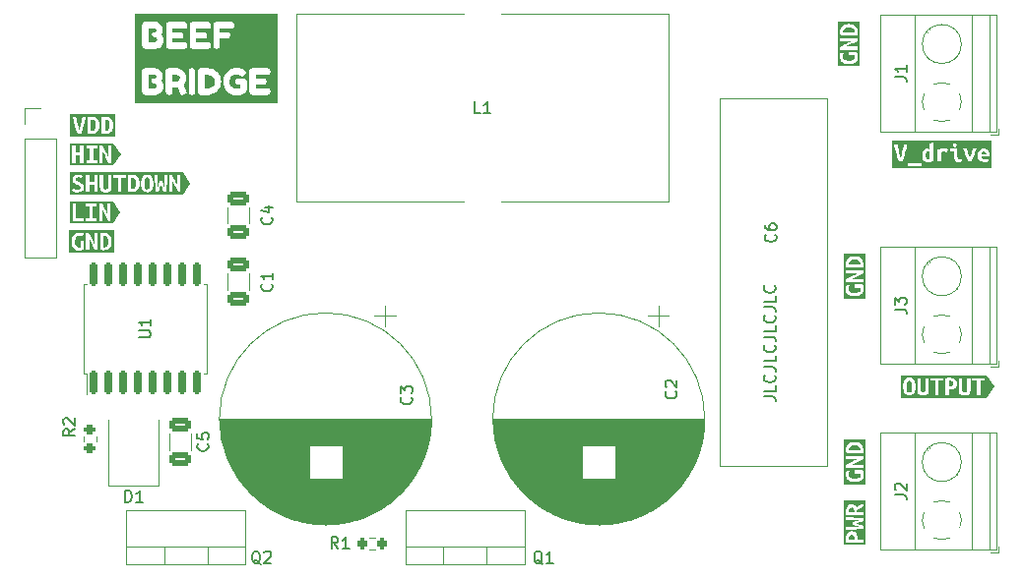
<source format=gto>
%TF.GenerationSoftware,KiCad,Pcbnew,(6.0.6-1)-1*%
%TF.CreationDate,2022-07-07T18:25:44+02:00*%
%TF.ProjectId,beef_bridge,62656566-5f62-4726-9964-67652e6b6963,rev?*%
%TF.SameCoordinates,Original*%
%TF.FileFunction,Legend,Top*%
%TF.FilePolarity,Positive*%
%FSLAX46Y46*%
G04 Gerber Fmt 4.6, Leading zero omitted, Abs format (unit mm)*
G04 Created by KiCad (PCBNEW (6.0.6-1)-1) date 2022-07-07 18:25:44*
%MOMM*%
%LPD*%
G01*
G04 APERTURE LIST*
G04 Aperture macros list*
%AMRoundRect*
0 Rectangle with rounded corners*
0 $1 Rounding radius*
0 $2 $3 $4 $5 $6 $7 $8 $9 X,Y pos of 4 corners*
0 Add a 4 corners polygon primitive as box body*
4,1,4,$2,$3,$4,$5,$6,$7,$8,$9,$2,$3,0*
0 Add four circle primitives for the rounded corners*
1,1,$1+$1,$2,$3*
1,1,$1+$1,$4,$5*
1,1,$1+$1,$6,$7*
1,1,$1+$1,$8,$9*
0 Add four rect primitives between the rounded corners*
20,1,$1+$1,$2,$3,$4,$5,0*
20,1,$1+$1,$4,$5,$6,$7,0*
20,1,$1+$1,$6,$7,$8,$9,0*
20,1,$1+$1,$8,$9,$2,$3,0*%
G04 Aperture macros list end*
%ADD10C,0.150000*%
%ADD11C,0.120000*%
%ADD12R,1.905000X2.000000*%
%ADD13O,1.905000X2.000000*%
%ADD14RoundRect,0.250000X0.650000X-0.325000X0.650000X0.325000X-0.650000X0.325000X-0.650000X-0.325000X0*%
%ADD15R,2.600000X2.600000*%
%ADD16C,2.600000*%
%ADD17R,2.300000X2.500000*%
%ADD18RoundRect,0.200000X-0.200000X-0.275000X0.200000X-0.275000X0.200000X0.275000X-0.200000X0.275000X0*%
%ADD19C,0.800000*%
%ADD20C,6.400000*%
%ADD21R,1.700000X1.700000*%
%ADD22O,1.700000X1.700000*%
%ADD23C,2.400000*%
%ADD24RoundRect,0.150000X0.150000X-0.875000X0.150000X0.875000X-0.150000X0.875000X-0.150000X-0.875000X0*%
%ADD25R,2.400000X2.400000*%
%ADD26C,3.600000*%
%ADD27RoundRect,0.200000X-0.275000X0.200000X-0.275000X-0.200000X0.275000X-0.200000X0.275000X0.200000X0*%
G04 APERTURE END LIST*
D10*
X174952380Y-113119047D02*
X175666666Y-113119047D01*
X175809523Y-113166666D01*
X175904761Y-113261904D01*
X175952380Y-113404761D01*
X175952380Y-113500000D01*
X175952380Y-112166666D02*
X175952380Y-112642857D01*
X174952380Y-112642857D01*
X175857142Y-111261904D02*
X175904761Y-111309523D01*
X175952380Y-111452380D01*
X175952380Y-111547619D01*
X175904761Y-111690476D01*
X175809523Y-111785714D01*
X175714285Y-111833333D01*
X175523809Y-111880952D01*
X175380952Y-111880952D01*
X175190476Y-111833333D01*
X175095238Y-111785714D01*
X175000000Y-111690476D01*
X174952380Y-111547619D01*
X174952380Y-111452380D01*
X175000000Y-111309523D01*
X175047619Y-111261904D01*
X174952380Y-110547619D02*
X175666666Y-110547619D01*
X175809523Y-110595238D01*
X175904761Y-110690476D01*
X175952380Y-110833333D01*
X175952380Y-110928571D01*
X175952380Y-109595238D02*
X175952380Y-110071428D01*
X174952380Y-110071428D01*
X175857142Y-108690476D02*
X175904761Y-108738095D01*
X175952380Y-108880952D01*
X175952380Y-108976190D01*
X175904761Y-109119047D01*
X175809523Y-109214285D01*
X175714285Y-109261904D01*
X175523809Y-109309523D01*
X175380952Y-109309523D01*
X175190476Y-109261904D01*
X175095238Y-109214285D01*
X175000000Y-109119047D01*
X174952380Y-108976190D01*
X174952380Y-108880952D01*
X175000000Y-108738095D01*
X175047619Y-108690476D01*
X174952380Y-107976190D02*
X175666666Y-107976190D01*
X175809523Y-108023809D01*
X175904761Y-108119047D01*
X175952380Y-108261904D01*
X175952380Y-108357142D01*
X175952380Y-107023809D02*
X175952380Y-107500000D01*
X174952380Y-107500000D01*
X175857142Y-106119047D02*
X175904761Y-106166666D01*
X175952380Y-106309523D01*
X175952380Y-106404761D01*
X175904761Y-106547619D01*
X175809523Y-106642857D01*
X175714285Y-106690476D01*
X175523809Y-106738095D01*
X175380952Y-106738095D01*
X175190476Y-106690476D01*
X175095238Y-106642857D01*
X175000000Y-106547619D01*
X174952380Y-106404761D01*
X174952380Y-106309523D01*
X175000000Y-106166666D01*
X175047619Y-106119047D01*
X174952380Y-105404761D02*
X175666666Y-105404761D01*
X175809523Y-105452380D01*
X175904761Y-105547619D01*
X175952380Y-105690476D01*
X175952380Y-105785714D01*
X175952380Y-104452380D02*
X175952380Y-104928571D01*
X174952380Y-104928571D01*
X175857142Y-103547619D02*
X175904761Y-103595238D01*
X175952380Y-103738095D01*
X175952380Y-103833333D01*
X175904761Y-103976190D01*
X175809523Y-104071428D01*
X175714285Y-104119047D01*
X175523809Y-104166666D01*
X175380952Y-104166666D01*
X175190476Y-104119047D01*
X175095238Y-104071428D01*
X175000000Y-103976190D01*
X174952380Y-103833333D01*
X174952380Y-103738095D01*
X175000000Y-103595238D01*
X175047619Y-103547619D01*
%TO.C,Q1*%
X155904761Y-127547619D02*
X155809523Y-127500000D01*
X155714285Y-127404761D01*
X155571428Y-127261904D01*
X155476190Y-127214285D01*
X155380952Y-127214285D01*
X155428571Y-127452380D02*
X155333333Y-127404761D01*
X155238095Y-127309523D01*
X155190476Y-127119047D01*
X155190476Y-126785714D01*
X155238095Y-126595238D01*
X155333333Y-126500000D01*
X155428571Y-126452380D01*
X155619047Y-126452380D01*
X155714285Y-126500000D01*
X155809523Y-126595238D01*
X155857142Y-126785714D01*
X155857142Y-127119047D01*
X155809523Y-127309523D01*
X155714285Y-127404761D01*
X155619047Y-127452380D01*
X155428571Y-127452380D01*
X156809523Y-127452380D02*
X156238095Y-127452380D01*
X156523809Y-127452380D02*
X156523809Y-126452380D01*
X156428571Y-126595238D01*
X156333333Y-126690476D01*
X156238095Y-126738095D01*
%TO.C,C5*%
X127107142Y-117166666D02*
X127154761Y-117214285D01*
X127202380Y-117357142D01*
X127202380Y-117452380D01*
X127154761Y-117595238D01*
X127059523Y-117690476D01*
X126964285Y-117738095D01*
X126773809Y-117785714D01*
X126630952Y-117785714D01*
X126440476Y-117738095D01*
X126345238Y-117690476D01*
X126250000Y-117595238D01*
X126202380Y-117452380D01*
X126202380Y-117357142D01*
X126250000Y-117214285D01*
X126297619Y-117166666D01*
X126202380Y-116261904D02*
X126202380Y-116738095D01*
X126678571Y-116785714D01*
X126630952Y-116738095D01*
X126583333Y-116642857D01*
X126583333Y-116404761D01*
X126630952Y-116309523D01*
X126678571Y-116261904D01*
X126773809Y-116214285D01*
X127011904Y-116214285D01*
X127107142Y-116261904D01*
X127154761Y-116309523D01*
X127202380Y-116404761D01*
X127202380Y-116642857D01*
X127154761Y-116738095D01*
X127107142Y-116785714D01*
%TO.C,J3*%
X186197380Y-105588333D02*
X186911666Y-105588333D01*
X187054523Y-105635952D01*
X187149761Y-105731190D01*
X187197380Y-105874047D01*
X187197380Y-105969285D01*
X186197380Y-105207380D02*
X186197380Y-104588333D01*
X186578333Y-104921666D01*
X186578333Y-104778809D01*
X186625952Y-104683571D01*
X186673571Y-104635952D01*
X186768809Y-104588333D01*
X187006904Y-104588333D01*
X187102142Y-104635952D01*
X187149761Y-104683571D01*
X187197380Y-104778809D01*
X187197380Y-105064523D01*
X187149761Y-105159761D01*
X187102142Y-105207380D01*
%TO.C,D1*%
X120011904Y-122202380D02*
X120011904Y-121202380D01*
X120250000Y-121202380D01*
X120392857Y-121250000D01*
X120488095Y-121345238D01*
X120535714Y-121440476D01*
X120583333Y-121630952D01*
X120583333Y-121773809D01*
X120535714Y-121964285D01*
X120488095Y-122059523D01*
X120392857Y-122154761D01*
X120250000Y-122202380D01*
X120011904Y-122202380D01*
X121535714Y-122202380D02*
X120964285Y-122202380D01*
X121250000Y-122202380D02*
X121250000Y-121202380D01*
X121154761Y-121345238D01*
X121059523Y-121440476D01*
X120964285Y-121488095D01*
%TO.C,R1*%
X138333333Y-126202380D02*
X138000000Y-125726190D01*
X137761904Y-126202380D02*
X137761904Y-125202380D01*
X138142857Y-125202380D01*
X138238095Y-125250000D01*
X138285714Y-125297619D01*
X138333333Y-125392857D01*
X138333333Y-125535714D01*
X138285714Y-125630952D01*
X138238095Y-125678571D01*
X138142857Y-125726190D01*
X137761904Y-125726190D01*
X139285714Y-126202380D02*
X138714285Y-126202380D01*
X139000000Y-126202380D02*
X139000000Y-125202380D01*
X138904761Y-125345238D01*
X138809523Y-125440476D01*
X138714285Y-125488095D01*
%TO.C,C1*%
X132607142Y-103416666D02*
X132654761Y-103464285D01*
X132702380Y-103607142D01*
X132702380Y-103702380D01*
X132654761Y-103845238D01*
X132559523Y-103940476D01*
X132464285Y-103988095D01*
X132273809Y-104035714D01*
X132130952Y-104035714D01*
X131940476Y-103988095D01*
X131845238Y-103940476D01*
X131750000Y-103845238D01*
X131702380Y-103702380D01*
X131702380Y-103607142D01*
X131750000Y-103464285D01*
X131797619Y-103416666D01*
X132702380Y-102464285D02*
X132702380Y-103035714D01*
X132702380Y-102750000D02*
X131702380Y-102750000D01*
X131845238Y-102845238D01*
X131940476Y-102940476D01*
X131988095Y-103035714D01*
%TO.C,J2*%
X186197380Y-121588333D02*
X186911666Y-121588333D01*
X187054523Y-121635952D01*
X187149761Y-121731190D01*
X187197380Y-121874047D01*
X187197380Y-121969285D01*
X186292619Y-121159761D02*
X186245000Y-121112142D01*
X186197380Y-121016904D01*
X186197380Y-120778809D01*
X186245000Y-120683571D01*
X186292619Y-120635952D01*
X186387857Y-120588333D01*
X186483095Y-120588333D01*
X186625952Y-120635952D01*
X187197380Y-121207380D01*
X187197380Y-120588333D01*
%TO.C,C6*%
X175931132Y-99166666D02*
X175978751Y-99214285D01*
X176026370Y-99357142D01*
X176026370Y-99452380D01*
X175978751Y-99595238D01*
X175883513Y-99690476D01*
X175788275Y-99738095D01*
X175597799Y-99785714D01*
X175454942Y-99785714D01*
X175264466Y-99738095D01*
X175169228Y-99690476D01*
X175073990Y-99595238D01*
X175026370Y-99452380D01*
X175026370Y-99357142D01*
X175073990Y-99214285D01*
X175121609Y-99166666D01*
X175026370Y-98309523D02*
X175026370Y-98500000D01*
X175073990Y-98595238D01*
X175121609Y-98642857D01*
X175264466Y-98738095D01*
X175454942Y-98785714D01*
X175835894Y-98785714D01*
X175931132Y-98738095D01*
X175978751Y-98690476D01*
X176026370Y-98595238D01*
X176026370Y-98404761D01*
X175978751Y-98309523D01*
X175931132Y-98261904D01*
X175835894Y-98214285D01*
X175597799Y-98214285D01*
X175502561Y-98261904D01*
X175454942Y-98309523D01*
X175407323Y-98404761D01*
X175407323Y-98595238D01*
X175454942Y-98690476D01*
X175502561Y-98738095D01*
X175597799Y-98785714D01*
%TO.C,U1*%
X121202380Y-108016904D02*
X122011904Y-108016904D01*
X122107142Y-107969285D01*
X122154761Y-107921666D01*
X122202380Y-107826428D01*
X122202380Y-107635952D01*
X122154761Y-107540714D01*
X122107142Y-107493095D01*
X122011904Y-107445476D01*
X121202380Y-107445476D01*
X122202380Y-106445476D02*
X122202380Y-107016904D01*
X122202380Y-106731190D02*
X121202380Y-106731190D01*
X121345238Y-106826428D01*
X121440476Y-106921666D01*
X121488095Y-107016904D01*
%TO.C,C2*%
X167357142Y-112666666D02*
X167404761Y-112714285D01*
X167452380Y-112857142D01*
X167452380Y-112952380D01*
X167404761Y-113095238D01*
X167309523Y-113190476D01*
X167214285Y-113238095D01*
X167023809Y-113285714D01*
X166880952Y-113285714D01*
X166690476Y-113238095D01*
X166595238Y-113190476D01*
X166500000Y-113095238D01*
X166452380Y-112952380D01*
X166452380Y-112857142D01*
X166500000Y-112714285D01*
X166547619Y-112666666D01*
X166547619Y-112285714D02*
X166500000Y-112238095D01*
X166452380Y-112142857D01*
X166452380Y-111904761D01*
X166500000Y-111809523D01*
X166547619Y-111761904D01*
X166642857Y-111714285D01*
X166738095Y-111714285D01*
X166880952Y-111761904D01*
X167452380Y-112333333D01*
X167452380Y-111714285D01*
%TO.C,C4*%
X132607142Y-97666666D02*
X132654761Y-97714285D01*
X132702380Y-97857142D01*
X132702380Y-97952380D01*
X132654761Y-98095238D01*
X132559523Y-98190476D01*
X132464285Y-98238095D01*
X132273809Y-98285714D01*
X132130952Y-98285714D01*
X131940476Y-98238095D01*
X131845238Y-98190476D01*
X131750000Y-98095238D01*
X131702380Y-97952380D01*
X131702380Y-97857142D01*
X131750000Y-97714285D01*
X131797619Y-97666666D01*
X132035714Y-96809523D02*
X132702380Y-96809523D01*
X131654761Y-97047619D02*
X132369047Y-97285714D01*
X132369047Y-96666666D01*
%TO.C,L1*%
X150578333Y-88707380D02*
X150102142Y-88707380D01*
X150102142Y-87707380D01*
X151435476Y-88707380D02*
X150864047Y-88707380D01*
X151149761Y-88707380D02*
X151149761Y-87707380D01*
X151054523Y-87850238D01*
X150959285Y-87945476D01*
X150864047Y-87993095D01*
%TO.C,Q2*%
X131654761Y-127547619D02*
X131559523Y-127500000D01*
X131464285Y-127404761D01*
X131321428Y-127261904D01*
X131226190Y-127214285D01*
X131130952Y-127214285D01*
X131178571Y-127452380D02*
X131083333Y-127404761D01*
X130988095Y-127309523D01*
X130940476Y-127119047D01*
X130940476Y-126785714D01*
X130988095Y-126595238D01*
X131083333Y-126500000D01*
X131178571Y-126452380D01*
X131369047Y-126452380D01*
X131464285Y-126500000D01*
X131559523Y-126595238D01*
X131607142Y-126785714D01*
X131607142Y-127119047D01*
X131559523Y-127309523D01*
X131464285Y-127404761D01*
X131369047Y-127452380D01*
X131178571Y-127452380D01*
X131988095Y-126547619D02*
X132035714Y-126500000D01*
X132130952Y-126452380D01*
X132369047Y-126452380D01*
X132464285Y-126500000D01*
X132511904Y-126547619D01*
X132559523Y-126642857D01*
X132559523Y-126738095D01*
X132511904Y-126880952D01*
X131940476Y-127452380D01*
X132559523Y-127452380D01*
%TO.C,C3*%
X144607142Y-113166666D02*
X144654761Y-113214285D01*
X144702380Y-113357142D01*
X144702380Y-113452380D01*
X144654761Y-113595238D01*
X144559523Y-113690476D01*
X144464285Y-113738095D01*
X144273809Y-113785714D01*
X144130952Y-113785714D01*
X143940476Y-113738095D01*
X143845238Y-113690476D01*
X143750000Y-113595238D01*
X143702380Y-113452380D01*
X143702380Y-113357142D01*
X143750000Y-113214285D01*
X143797619Y-113166666D01*
X143702380Y-112833333D02*
X143702380Y-112214285D01*
X144083333Y-112547619D01*
X144083333Y-112404761D01*
X144130952Y-112309523D01*
X144178571Y-112261904D01*
X144273809Y-112214285D01*
X144511904Y-112214285D01*
X144607142Y-112261904D01*
X144654761Y-112309523D01*
X144702380Y-112404761D01*
X144702380Y-112690476D01*
X144654761Y-112785714D01*
X144607142Y-112833333D01*
%TO.C,J1*%
X186197380Y-85588333D02*
X186911666Y-85588333D01*
X187054523Y-85635952D01*
X187149761Y-85731190D01*
X187197380Y-85874047D01*
X187197380Y-85969285D01*
X187197380Y-84588333D02*
X187197380Y-85159761D01*
X187197380Y-84874047D02*
X186197380Y-84874047D01*
X186340238Y-84969285D01*
X186435476Y-85064523D01*
X186483095Y-85159761D01*
%TO.C,R2*%
X115702380Y-115916666D02*
X115226190Y-116250000D01*
X115702380Y-116488095D02*
X114702380Y-116488095D01*
X114702380Y-116107142D01*
X114750000Y-116011904D01*
X114797619Y-115964285D01*
X114892857Y-115916666D01*
X115035714Y-115916666D01*
X115130952Y-115964285D01*
X115178571Y-116011904D01*
X115226190Y-116107142D01*
X115226190Y-116488095D01*
X114797619Y-115535714D02*
X114750000Y-115488095D01*
X114702380Y-115392857D01*
X114702380Y-115154761D01*
X114750000Y-115059523D01*
X114797619Y-115011904D01*
X114892857Y-114964285D01*
X114988095Y-114964285D01*
X115130952Y-115011904D01*
X115702380Y-115583333D01*
X115702380Y-114964285D01*
%TO.C,kibuzzard-62C4B9BD*%
G36*
X122036998Y-94281131D02*
G01*
X122107245Y-94390669D01*
X122140582Y-94553784D01*
X122146833Y-94651118D01*
X122148917Y-94755000D01*
X122146833Y-94858584D01*
X122140582Y-94955025D01*
X122107245Y-95118141D01*
X122035807Y-95228869D01*
X121915554Y-95269350D01*
X121794110Y-95228869D01*
X121723864Y-95119331D01*
X121690526Y-94956216D01*
X121684275Y-94858882D01*
X121682192Y-94755000D01*
X121684275Y-94651416D01*
X121690526Y-94554975D01*
X121723864Y-94391859D01*
X121794110Y-94281131D01*
X121915554Y-94240650D01*
X122036998Y-94281131D01*
G37*
G36*
X120796367Y-94298991D02*
G01*
X120893998Y-94409719D01*
X120944004Y-94569262D01*
X120958292Y-94755000D01*
X120953827Y-94860073D01*
X120940432Y-94956216D01*
X120880901Y-95114569D01*
X120771364Y-95219344D01*
X120603485Y-95257444D01*
X120577292Y-95257444D01*
X120551098Y-95255062D01*
X120551098Y-94264462D01*
X120593960Y-94258509D01*
X120636823Y-94257319D01*
X120796367Y-94298991D01*
G37*
G36*
X115263929Y-93787419D02*
G01*
X124981017Y-93787419D01*
X125626071Y-94755000D01*
X124981017Y-95722581D01*
X115263929Y-95722581D01*
X115263929Y-95412225D01*
X115462367Y-95412225D01*
X115626673Y-95484853D01*
X115754665Y-95514321D01*
X115919567Y-95524144D01*
X116086651Y-95511576D01*
X116153045Y-95493187D01*
X116664898Y-95493187D01*
X116957792Y-95493187D01*
X116957792Y-94843106D01*
X117348317Y-94843106D01*
X117348317Y-95493187D01*
X117641210Y-95493187D01*
X117641210Y-94959787D01*
X117841235Y-94959787D01*
X117847189Y-95082422D01*
X117865048Y-95193150D01*
X117897195Y-95290186D01*
X117946010Y-95371744D01*
X118099601Y-95484853D01*
X118207650Y-95514321D01*
X118338917Y-95524144D01*
X118472267Y-95514321D01*
X118581804Y-95484853D01*
X118669910Y-95436930D01*
X118738967Y-95371744D01*
X118789568Y-95290186D01*
X118822310Y-95193150D01*
X118840170Y-95082422D01*
X118846123Y-94959787D01*
X118846123Y-94262081D01*
X118998523Y-94262081D01*
X119386667Y-94262081D01*
X119386667Y-95493187D01*
X119681942Y-95493187D01*
X119681942Y-95476519D01*
X120258204Y-95476519D01*
X120418939Y-95503903D01*
X120572529Y-95512237D01*
X120716297Y-95501820D01*
X120847564Y-95470566D01*
X120963947Y-95416690D01*
X121063067Y-95338406D01*
X121143732Y-95234524D01*
X121204751Y-95103853D01*
X121243149Y-94944607D01*
X121255948Y-94755000D01*
X121384535Y-94755000D01*
X121393093Y-94933817D01*
X121418766Y-95089268D01*
X121461554Y-95221353D01*
X121521457Y-95330072D01*
X121626365Y-95437890D01*
X121758524Y-95502580D01*
X121917935Y-95524144D01*
X122073510Y-95502580D01*
X122203685Y-95437890D01*
X122308460Y-95330072D01*
X122368885Y-95221353D01*
X122412045Y-95089268D01*
X122437941Y-94933817D01*
X122446573Y-94755000D01*
X122438090Y-94576183D01*
X122412640Y-94420732D01*
X122370224Y-94288647D01*
X122310842Y-94179928D01*
X122206596Y-94072110D01*
X122098815Y-94019194D01*
X122565635Y-94019194D01*
X122570993Y-94201062D01*
X122577542Y-94389478D01*
X122585578Y-94580573D01*
X122595401Y-94770478D01*
X122607010Y-94958597D01*
X122620404Y-95144334D01*
X122635882Y-95323821D01*
X122653742Y-95493187D01*
X122896629Y-95493187D01*
X122946635Y-95336620D01*
X123001404Y-95166956D01*
X123057364Y-94997292D01*
X123110942Y-94840725D01*
X123163329Y-95001757D01*
X123215717Y-95170528D01*
X123268104Y-95337513D01*
X123320492Y-95493187D01*
X123563379Y-95493187D01*
X123811029Y-95493187D01*
X124075348Y-95493187D01*
X124075348Y-94514494D01*
X124163851Y-94677874D01*
X124248385Y-94840990D01*
X124328951Y-95003841D01*
X124405548Y-95166692D01*
X124478176Y-95329807D01*
X124546835Y-95493187D01*
X124782579Y-95493187D01*
X124782579Y-94019194D01*
X124518260Y-94019194D01*
X124518260Y-94926450D01*
X124476291Y-94833581D01*
X124426582Y-94726425D01*
X124370623Y-94610339D01*
X124309901Y-94490681D01*
X124245905Y-94368940D01*
X124180123Y-94246603D01*
X124113448Y-94128434D01*
X124046773Y-94019194D01*
X123811029Y-94019194D01*
X123811029Y-95493187D01*
X123563379Y-95493187D01*
X123579155Y-95324119D01*
X123593145Y-95145525D01*
X123605349Y-94960680D01*
X123615767Y-94772859D01*
X123624696Y-94582955D01*
X123632435Y-94391859D01*
X123639579Y-94202848D01*
X123646723Y-94019194D01*
X123375260Y-94019194D01*
X123375856Y-94162366D01*
X123377642Y-94310897D01*
X123380023Y-94461213D01*
X123382404Y-94609744D01*
X123384785Y-94755893D01*
X123387167Y-94899066D01*
X123388953Y-95036285D01*
X123389548Y-95164575D01*
X123335970Y-94974075D01*
X123285964Y-94800244D01*
X123244292Y-94652606D01*
X123215717Y-94540687D01*
X123001404Y-94540687D01*
X122968067Y-94657369D01*
X122921632Y-94819294D01*
X122869245Y-94997887D01*
X122820429Y-95164575D01*
X122821024Y-95036285D01*
X122822810Y-94899066D01*
X122825192Y-94755595D01*
X122827573Y-94608553D01*
X122829954Y-94459427D01*
X122832335Y-94309706D01*
X122834717Y-94162069D01*
X122837098Y-94019194D01*
X122565635Y-94019194D01*
X122098815Y-94019194D01*
X122074833Y-94007420D01*
X121915554Y-93985856D01*
X121761037Y-94007420D01*
X121630862Y-94072110D01*
X121525029Y-94179928D01*
X121463563Y-94288647D01*
X121419659Y-94420732D01*
X121393316Y-94576183D01*
X121384535Y-94755000D01*
X121255948Y-94755000D01*
X121244339Y-94569560D01*
X121209514Y-94413291D01*
X121153852Y-94284108D01*
X121079735Y-94179928D01*
X120987164Y-94100454D01*
X120876139Y-94045387D01*
X120749635Y-94013241D01*
X120610629Y-94002525D01*
X120446323Y-94009669D01*
X120258204Y-94038244D01*
X120258204Y-95476519D01*
X119681942Y-95476519D01*
X119681942Y-94262081D01*
X120070085Y-94262081D01*
X120070085Y-94019194D01*
X118998523Y-94019194D01*
X118998523Y-94262081D01*
X118846123Y-94262081D01*
X118846123Y-94019194D01*
X118553229Y-94019194D01*
X118553229Y-94938356D01*
X118543704Y-95094328D01*
X118510367Y-95196722D01*
X118446073Y-95252681D01*
X118343679Y-95269350D01*
X118241285Y-95252681D01*
X118178182Y-95197912D01*
X118146035Y-95096709D01*
X118136510Y-94940737D01*
X118136510Y-94019194D01*
X117841235Y-94019194D01*
X117841235Y-94959787D01*
X117641210Y-94959787D01*
X117641210Y-94019194D01*
X117348317Y-94019194D01*
X117348317Y-94600219D01*
X116957792Y-94600219D01*
X116957792Y-94019194D01*
X116664898Y-94019194D01*
X116664898Y-95493187D01*
X116153045Y-95493187D01*
X116222779Y-95473873D01*
X116327951Y-95411034D01*
X116428857Y-95274410D01*
X116462492Y-95090756D01*
X116452371Y-94979730D01*
X116422010Y-94889541D01*
X116318426Y-94756191D01*
X116180314Y-94670466D01*
X116036248Y-94612125D01*
X115944570Y-94576406D01*
X115861226Y-94532353D01*
X115800504Y-94475203D01*
X115776692Y-94400194D01*
X115802621Y-94306267D01*
X115880408Y-94249910D01*
X116010054Y-94231125D01*
X116177932Y-94254937D01*
X116310092Y-94312087D01*
X116395817Y-94085869D01*
X116225557Y-94016812D01*
X116115722Y-93993595D01*
X115988623Y-93985856D01*
X115842705Y-93998821D01*
X115719277Y-94037715D01*
X115618339Y-94102537D01*
X115517433Y-94241841D01*
X115483798Y-94426387D01*
X115521898Y-94601409D01*
X115618339Y-94719281D01*
X115748117Y-94797862D01*
X115886229Y-94852631D01*
X115986242Y-94894303D01*
X116076729Y-94944309D01*
X116143404Y-95007412D01*
X116169598Y-95088375D01*
X116158882Y-95158622D01*
X116119592Y-95220534D01*
X116042201Y-95263397D01*
X115919567Y-95278875D01*
X115800802Y-95270541D01*
X115701682Y-95245537D01*
X115548092Y-95174100D01*
X115462367Y-95412225D01*
X115263929Y-95412225D01*
X115263929Y-93787419D01*
G37*
D11*
%TO.C,Q1*%
X154365000Y-127580000D02*
X144125000Y-127580000D01*
X144125000Y-127580000D02*
X144125000Y-122939000D01*
X154365000Y-127580000D02*
X154365000Y-122939000D01*
X151095000Y-127580000D02*
X151095000Y-126070000D01*
X154365000Y-126070000D02*
X144125000Y-126070000D01*
X154365000Y-122939000D02*
X144125000Y-122939000D01*
X147394000Y-127580000D02*
X147394000Y-126070000D01*
%TO.C,C5*%
X123840000Y-117711252D02*
X123840000Y-116288748D01*
X125660000Y-117711252D02*
X125660000Y-116288748D01*
%TO.C,J3*%
X192845000Y-110315000D02*
X192845000Y-100195000D01*
X191484000Y-103789000D02*
X191519000Y-103824000D01*
X195145000Y-110555000D02*
X195145000Y-110055000D01*
X188970000Y-101685000D02*
X189006000Y-101720000D01*
X184984000Y-100195000D02*
X194905000Y-100195000D01*
X194345000Y-110315000D02*
X194345000Y-100195000D01*
X194905000Y-110315000D02*
X194905000Y-100195000D01*
X184984000Y-110315000D02*
X194905000Y-110315000D01*
X191268000Y-103982000D02*
X191314000Y-104029000D01*
X189176000Y-101480000D02*
X189222000Y-101527000D01*
X184984000Y-110315000D02*
X184984000Y-100195000D01*
X194405000Y-110555000D02*
X195145000Y-110555000D01*
X187944000Y-110315000D02*
X187944000Y-100195000D01*
X191780000Y-108439000D02*
G75*
G03*
X191925253Y-107726195I-1535001J683999D01*
G01*
X188710000Y-107071000D02*
G75*
G03*
X188709573Y-108438042I1534993J-684001D01*
G01*
X189561000Y-109290000D02*
G75*
G03*
X190928042Y-109290427I684001J1534993D01*
G01*
X190929000Y-106219999D02*
G75*
G03*
X189561958Y-106219573I-684000J-1535001D01*
G01*
X191925000Y-107755000D02*
G75*
G03*
X191779756Y-107071682I-1680000J0D01*
G01*
X191925000Y-102755000D02*
G75*
G03*
X191925000Y-102755000I-1680000J0D01*
G01*
%TO.C,kibuzzard-62C4B9F9*%
G36*
X115257160Y-91319566D02*
G01*
X119009217Y-91319566D01*
X119632840Y-92255000D01*
X119009217Y-93190434D01*
X115257160Y-93190434D01*
X115257160Y-92991997D01*
X115455598Y-92991997D01*
X115748492Y-92991997D01*
X115748492Y-92341916D01*
X116139017Y-92341916D01*
X116139017Y-92991997D01*
X116431910Y-92991997D01*
X116667654Y-92991997D01*
X117603485Y-92991997D01*
X117839229Y-92991997D01*
X118103548Y-92991997D01*
X118103548Y-92013303D01*
X118192051Y-92176683D01*
X118276585Y-92339799D01*
X118357151Y-92502650D01*
X118433748Y-92665501D01*
X118506376Y-92828617D01*
X118575035Y-92991997D01*
X118810779Y-92991997D01*
X118810779Y-91518003D01*
X118546460Y-91518003D01*
X118546460Y-92425259D01*
X118504491Y-92332391D01*
X118454782Y-92225234D01*
X118398823Y-92109148D01*
X118338101Y-91989491D01*
X118274105Y-91867749D01*
X118208323Y-91745413D01*
X118141648Y-91627243D01*
X118074973Y-91518003D01*
X117839229Y-91518003D01*
X117839229Y-92991997D01*
X117603485Y-92991997D01*
X117603485Y-92749109D01*
X117284398Y-92749109D01*
X117284398Y-91760891D01*
X117603485Y-91760891D01*
X117603485Y-91518003D01*
X116667654Y-91518003D01*
X116667654Y-91760891D01*
X116989123Y-91760891D01*
X116989123Y-92749109D01*
X116667654Y-92749109D01*
X116667654Y-92991997D01*
X116431910Y-92991997D01*
X116431910Y-91518003D01*
X116139017Y-91518003D01*
X116139017Y-92099028D01*
X115748492Y-92099028D01*
X115748492Y-91518003D01*
X115455598Y-91518003D01*
X115455598Y-92991997D01*
X115257160Y-92991997D01*
X115257160Y-91319566D01*
G37*
%TO.C,kibuzzard-62C4B9F5*%
G36*
X181777419Y-104675081D02*
G01*
X181777419Y-103838469D01*
X181975856Y-103838469D01*
X181988060Y-103967652D01*
X182024672Y-104088500D01*
X182085691Y-104197442D01*
X182171119Y-104290906D01*
X182280359Y-104367702D01*
X182412816Y-104426638D01*
X182567895Y-104464142D01*
X182745000Y-104476644D01*
X182923891Y-104465928D01*
X183079566Y-104433781D01*
X183211725Y-104381989D01*
X183320072Y-104312337D01*
X183404606Y-104225720D01*
X183465328Y-104123028D01*
X183501940Y-104005454D01*
X183514144Y-103874188D01*
X183508191Y-103728634D01*
X183490331Y-103606297D01*
X183447469Y-103443181D01*
X182711662Y-103443181D01*
X182711662Y-103736075D01*
X183249825Y-103736075D01*
X183256969Y-103793225D01*
X183259350Y-103850375D01*
X183228096Y-103992655D01*
X183134334Y-104095644D01*
X183035512Y-104141946D01*
X182905734Y-104169727D01*
X182745000Y-104178988D01*
X182635760Y-104173927D01*
X182536641Y-104158747D01*
X182374716Y-104092072D01*
X182268750Y-103974200D01*
X182230650Y-103797988D01*
X182256844Y-103640825D01*
X182316375Y-103512237D01*
X182083012Y-103436037D01*
X182054437Y-103484853D01*
X182018719Y-103567006D01*
X181988953Y-103684878D01*
X181975856Y-103838469D01*
X181777419Y-103838469D01*
X181777419Y-103240775D01*
X182009194Y-103240775D01*
X183483187Y-103240775D01*
X183483187Y-102976456D01*
X182504494Y-102976456D01*
X182667874Y-102887953D01*
X182830990Y-102803419D01*
X182993841Y-102722853D01*
X183156692Y-102646256D01*
X183319807Y-102573628D01*
X183483187Y-102504969D01*
X183483187Y-102269225D01*
X182009194Y-102269225D01*
X182009194Y-102533544D01*
X182916450Y-102533544D01*
X182823581Y-102575513D01*
X182716425Y-102625222D01*
X182600339Y-102681181D01*
X182480681Y-102741903D01*
X182358940Y-102805899D01*
X182236603Y-102871681D01*
X182118434Y-102938356D01*
X182009194Y-103005031D01*
X182009194Y-103240775D01*
X181777419Y-103240775D01*
X181777419Y-101678675D01*
X181992525Y-101678675D01*
X181999669Y-101842981D01*
X182028244Y-102031100D01*
X183466519Y-102031100D01*
X183493903Y-101870366D01*
X183502237Y-101716775D01*
X183491820Y-101573007D01*
X183460566Y-101441741D01*
X183406690Y-101325357D01*
X183328406Y-101226237D01*
X183224524Y-101145573D01*
X183093853Y-101084553D01*
X182934607Y-101046155D01*
X182745000Y-101033356D01*
X182559560Y-101044965D01*
X182403291Y-101079791D01*
X182274108Y-101135452D01*
X182169928Y-101209569D01*
X182090454Y-101302140D01*
X182035387Y-101413166D01*
X182003241Y-101539670D01*
X181992525Y-101678675D01*
X181777419Y-101678675D01*
X181777419Y-100834919D01*
X183712581Y-100834919D01*
X183712581Y-104675081D01*
X181777419Y-104675081D01*
G37*
G36*
X182850073Y-101335477D02*
G01*
X182946216Y-101348872D01*
X183104569Y-101408403D01*
X183209344Y-101517941D01*
X183247444Y-101685819D01*
X183247444Y-101712012D01*
X183245062Y-101738206D01*
X182254462Y-101738206D01*
X182248509Y-101695344D01*
X182247319Y-101652481D01*
X182288991Y-101492938D01*
X182399719Y-101395306D01*
X182559262Y-101345300D01*
X182745000Y-101331012D01*
X182850073Y-101335477D01*
G37*
%TO.C,D1*%
X118595000Y-120805000D02*
X122895000Y-120805000D01*
X118595000Y-120805000D02*
X118595000Y-115105000D01*
X122895000Y-120805000D02*
X122895000Y-115105000D01*
%TO.C,R1*%
X141007742Y-125232500D02*
X141482258Y-125232500D01*
X141007742Y-126277500D02*
X141482258Y-126277500D01*
%TO.C,kibuzzard-62C4B9F5*%
G36*
X181277419Y-84675081D02*
G01*
X181277419Y-83838469D01*
X181475856Y-83838469D01*
X181488060Y-83967652D01*
X181524672Y-84088500D01*
X181585691Y-84197442D01*
X181671119Y-84290906D01*
X181780359Y-84367702D01*
X181912816Y-84426638D01*
X182067895Y-84464142D01*
X182245000Y-84476644D01*
X182423891Y-84465928D01*
X182579566Y-84433781D01*
X182711725Y-84381989D01*
X182820072Y-84312337D01*
X182904606Y-84225720D01*
X182965328Y-84123028D01*
X183001940Y-84005454D01*
X183014144Y-83874188D01*
X183008191Y-83728634D01*
X182990331Y-83606297D01*
X182947469Y-83443181D01*
X182211662Y-83443181D01*
X182211662Y-83736075D01*
X182749825Y-83736075D01*
X182756969Y-83793225D01*
X182759350Y-83850375D01*
X182728096Y-83992655D01*
X182634334Y-84095644D01*
X182535512Y-84141946D01*
X182405734Y-84169727D01*
X182245000Y-84178988D01*
X182135760Y-84173927D01*
X182036641Y-84158747D01*
X181874716Y-84092072D01*
X181768750Y-83974200D01*
X181730650Y-83797988D01*
X181756844Y-83640825D01*
X181816375Y-83512237D01*
X181583012Y-83436037D01*
X181554437Y-83484853D01*
X181518719Y-83567006D01*
X181488953Y-83684878D01*
X181475856Y-83838469D01*
X181277419Y-83838469D01*
X181277419Y-83240775D01*
X181509194Y-83240775D01*
X182983187Y-83240775D01*
X182983187Y-82976456D01*
X182004494Y-82976456D01*
X182167874Y-82887953D01*
X182330990Y-82803419D01*
X182493841Y-82722853D01*
X182656692Y-82646256D01*
X182819807Y-82573628D01*
X182983187Y-82504969D01*
X182983187Y-82269225D01*
X181509194Y-82269225D01*
X181509194Y-82533544D01*
X182416450Y-82533544D01*
X182323581Y-82575513D01*
X182216425Y-82625222D01*
X182100339Y-82681181D01*
X181980681Y-82741903D01*
X181858940Y-82805899D01*
X181736603Y-82871681D01*
X181618434Y-82938356D01*
X181509194Y-83005031D01*
X181509194Y-83240775D01*
X181277419Y-83240775D01*
X181277419Y-81678675D01*
X181492525Y-81678675D01*
X181499669Y-81842981D01*
X181528244Y-82031100D01*
X182966519Y-82031100D01*
X182993903Y-81870366D01*
X183002237Y-81716775D01*
X182991820Y-81573007D01*
X182960566Y-81441741D01*
X182906690Y-81325357D01*
X182828406Y-81226237D01*
X182724524Y-81145573D01*
X182593853Y-81084553D01*
X182434607Y-81046155D01*
X182245000Y-81033356D01*
X182059560Y-81044965D01*
X181903291Y-81079791D01*
X181774108Y-81135452D01*
X181669928Y-81209569D01*
X181590454Y-81302140D01*
X181535387Y-81413166D01*
X181503241Y-81539670D01*
X181492525Y-81678675D01*
X181277419Y-81678675D01*
X181277419Y-80834919D01*
X183212581Y-80834919D01*
X183212581Y-84675081D01*
X181277419Y-84675081D01*
G37*
G36*
X182350073Y-81335477D02*
G01*
X182446216Y-81348872D01*
X182604569Y-81408403D01*
X182709344Y-81517941D01*
X182747444Y-81685819D01*
X182747444Y-81712012D01*
X182745062Y-81738206D01*
X181754462Y-81738206D01*
X181748509Y-81695344D01*
X181747319Y-81652481D01*
X181788991Y-81492938D01*
X181899719Y-81395306D01*
X182059262Y-81345300D01*
X182245000Y-81331012D01*
X182350073Y-81335477D01*
G37*
%TO.C,kibuzzard-62C59CAE*%
G36*
X185941525Y-91033816D02*
G01*
X194558475Y-91033816D01*
X194558475Y-93476184D01*
X185941525Y-93476184D01*
X185941525Y-93277747D01*
X187318681Y-93277747D01*
X188471206Y-93277747D01*
X188471206Y-93022953D01*
X187318681Y-93022953D01*
X187318681Y-93277747D01*
X185941525Y-93277747D01*
X185941525Y-91410847D01*
X186139962Y-91410847D01*
X186167347Y-91544197D01*
X186206638Y-91710884D01*
X186238123Y-91835635D01*
X186272254Y-91965414D01*
X186309031Y-92100219D01*
X186347925Y-92237670D01*
X186388406Y-92375385D01*
X186430475Y-92513366D01*
X186492983Y-92709819D01*
X186551919Y-92884841D01*
X186854338Y-92884841D01*
X186899846Y-92757973D01*
X186944296Y-92628195D01*
X186987688Y-92495506D01*
X187029359Y-92362156D01*
X187038235Y-92332391D01*
X188556931Y-92332391D01*
X188571880Y-92499078D01*
X188616727Y-92640366D01*
X188691472Y-92756253D01*
X188795321Y-92842243D01*
X188927480Y-92893836D01*
X189087950Y-92911034D01*
X189201059Y-92906867D01*
X189316550Y-92894366D01*
X189370426Y-92884841D01*
X189892813Y-92884841D01*
X190188088Y-92884841D01*
X190188088Y-92053784D01*
X190309531Y-92031162D01*
X190430975Y-92025209D01*
X190495269Y-92027591D01*
X190573850Y-92035925D01*
X190653622Y-92049022D01*
X190721488Y-92063309D01*
X190773875Y-91791847D01*
X190682197Y-91769225D01*
X190656896Y-91765653D01*
X190957231Y-91765653D01*
X190957231Y-92008541D01*
X191266794Y-92008541D01*
X191266794Y-92420497D01*
X191271556Y-92530630D01*
X191285844Y-92627666D01*
X191351328Y-92781256D01*
X191475153Y-92877697D01*
X191561771Y-92902700D01*
X191666844Y-92911034D01*
X191813291Y-92895556D01*
X191983550Y-92837216D01*
X191945450Y-92601472D01*
X191816863Y-92645525D01*
X191719231Y-92656241D01*
X191596597Y-92607425D01*
X191559688Y-92458597D01*
X191559688Y-91765653D01*
X192095469Y-91765653D01*
X192146145Y-91931373D01*
X192198160Y-92090396D01*
X192251515Y-92242722D01*
X192306209Y-92388350D01*
X192379631Y-92569986D01*
X192452259Y-92735483D01*
X192524094Y-92884841D01*
X192769363Y-92884841D01*
X192842388Y-92735483D01*
X192918588Y-92569986D01*
X192997963Y-92388350D01*
X193019810Y-92334772D01*
X193326575Y-92334772D01*
X193337291Y-92468717D01*
X193369438Y-92584803D01*
X193421527Y-92683327D01*
X193492072Y-92764587D01*
X193580178Y-92828286D01*
X193684953Y-92874125D01*
X193805504Y-92901807D01*
X193940938Y-92911034D01*
X194133819Y-92893175D01*
X194295744Y-92849122D01*
X194255262Y-92599091D01*
X194120722Y-92637191D01*
X193952844Y-92656241D01*
X193823066Y-92640465D01*
X193719481Y-92593137D01*
X193651616Y-92518426D01*
X193628994Y-92420497D01*
X194355275Y-92420497D01*
X194358847Y-92370491D01*
X194360038Y-92310959D01*
X194345750Y-92138583D01*
X194302888Y-91996105D01*
X194231450Y-91883525D01*
X194132496Y-91802166D01*
X194007083Y-91753350D01*
X193855213Y-91737078D01*
X193756391Y-91746603D01*
X193659950Y-91775178D01*
X193570058Y-91822505D01*
X193490881Y-91888287D01*
X193424206Y-91972524D01*
X193371819Y-92075216D01*
X193337886Y-92196064D01*
X193326575Y-92334772D01*
X193019810Y-92334772D01*
X193057345Y-92242722D01*
X193114048Y-92090396D01*
X193168073Y-91931373D01*
X193219419Y-91765653D01*
X192921763Y-91765653D01*
X192897057Y-91859117D01*
X192865803Y-91958534D01*
X192830680Y-92061226D01*
X192794366Y-92164513D01*
X192757159Y-92266609D01*
X192719356Y-92365728D01*
X192650300Y-92544322D01*
X192584816Y-92365728D01*
X192550585Y-92266609D01*
X192516950Y-92164513D01*
X192484505Y-92061226D01*
X192453847Y-91958534D01*
X192426165Y-91859117D01*
X192402650Y-91765653D01*
X192095469Y-91765653D01*
X191559688Y-91765653D01*
X190957231Y-91765653D01*
X190656896Y-91765653D01*
X190580994Y-91754937D01*
X190486934Y-91746603D01*
X190419069Y-91744222D01*
X190265180Y-91750770D01*
X190132128Y-91770416D01*
X190010982Y-91800777D01*
X189892813Y-91839472D01*
X189892813Y-92884841D01*
X189370426Y-92884841D01*
X189424302Y-92875316D01*
X189514194Y-92851503D01*
X189514194Y-91444184D01*
X191178688Y-91444184D01*
X191232266Y-91579916D01*
X191362044Y-91629922D01*
X191493013Y-91579916D01*
X191547781Y-91444184D01*
X191493013Y-91306072D01*
X191362044Y-91256066D01*
X191232266Y-91306072D01*
X191178688Y-91444184D01*
X189514194Y-91444184D01*
X189514194Y-91232253D01*
X189221300Y-91282259D01*
X189221300Y-91791847D01*
X189121288Y-91754937D01*
X189004606Y-91741841D01*
X188869007Y-91759435D01*
X188757485Y-91812220D01*
X188670041Y-91900194D01*
X188607202Y-92018595D01*
X188569499Y-92162660D01*
X188556931Y-92332391D01*
X187038235Y-92332391D01*
X187068650Y-92230394D01*
X187105559Y-92100219D01*
X187156161Y-91910612D01*
X187200809Y-91729934D01*
X187239207Y-91562056D01*
X187271056Y-91410847D01*
X186963875Y-91410847D01*
X186942444Y-91534672D01*
X186916250Y-91677547D01*
X186886484Y-91832030D01*
X186854338Y-91990681D01*
X186819809Y-92150225D01*
X186782900Y-92307387D01*
X186744800Y-92454727D01*
X186706700Y-92584803D01*
X186668302Y-92452941D01*
X186629309Y-92305006D01*
X186591209Y-92147844D01*
X186555491Y-91988300D01*
X186522451Y-91829947D01*
X186492388Y-91676356D01*
X186467384Y-91534374D01*
X186449525Y-91410847D01*
X186139962Y-91410847D01*
X185941525Y-91410847D01*
X185941525Y-91033816D01*
G37*
G36*
X193959988Y-92002587D02*
G01*
X194026662Y-92056166D01*
X194064762Y-92131175D01*
X194076669Y-92218091D01*
X193628994Y-92218091D01*
X193649234Y-92129984D01*
X193692097Y-92053784D01*
X193761153Y-92001397D01*
X193859975Y-91982347D01*
X193959988Y-92002587D01*
G37*
G36*
X189145100Y-92007350D02*
G01*
X189221300Y-92039497D01*
X189221300Y-92649097D01*
X189157006Y-92656241D01*
X189090331Y-92658622D01*
X188983473Y-92634809D01*
X188910547Y-92563372D01*
X188868577Y-92454430D01*
X188854588Y-92318103D01*
X188866494Y-92179395D01*
X188902213Y-92077597D01*
X188964125Y-92015089D01*
X189054613Y-91994253D01*
X189145100Y-92007350D01*
G37*
%TO.C,kibuzzard-62C4B9F5*%
G36*
X115224919Y-98787419D02*
G01*
X119065081Y-98787419D01*
X119065081Y-100722581D01*
X115224919Y-100722581D01*
X115224919Y-99755000D01*
X115423356Y-99755000D01*
X115434072Y-99933891D01*
X115466219Y-100089566D01*
X115518011Y-100221725D01*
X115587663Y-100330072D01*
X115674280Y-100414606D01*
X115776972Y-100475328D01*
X115894546Y-100511940D01*
X116025812Y-100524144D01*
X116171366Y-100518191D01*
X116293703Y-100500331D01*
X116320890Y-100493187D01*
X116659225Y-100493187D01*
X116923544Y-100493187D01*
X116923544Y-99514494D01*
X117012047Y-99677874D01*
X117096581Y-99840990D01*
X117177147Y-100003841D01*
X117253744Y-100166692D01*
X117326372Y-100329807D01*
X117395031Y-100493187D01*
X117630775Y-100493187D01*
X117630775Y-100476519D01*
X117868900Y-100476519D01*
X118029634Y-100503903D01*
X118183225Y-100512237D01*
X118326993Y-100501820D01*
X118458259Y-100470566D01*
X118574643Y-100416690D01*
X118673763Y-100338406D01*
X118754427Y-100234524D01*
X118815447Y-100103853D01*
X118853845Y-99944607D01*
X118866644Y-99755000D01*
X118855035Y-99569560D01*
X118820209Y-99413291D01*
X118764548Y-99284108D01*
X118690431Y-99179928D01*
X118597860Y-99100454D01*
X118486834Y-99045387D01*
X118360330Y-99013241D01*
X118221325Y-99002525D01*
X118057019Y-99009669D01*
X117868900Y-99038244D01*
X117868900Y-100476519D01*
X117630775Y-100476519D01*
X117630775Y-99019194D01*
X117366456Y-99019194D01*
X117366456Y-99926450D01*
X117324487Y-99833581D01*
X117274778Y-99726425D01*
X117218819Y-99610339D01*
X117158097Y-99490681D01*
X117094101Y-99368940D01*
X117028319Y-99246603D01*
X116961644Y-99128434D01*
X116894969Y-99019194D01*
X116659225Y-99019194D01*
X116659225Y-100493187D01*
X116320890Y-100493187D01*
X116456819Y-100457469D01*
X116456819Y-99721662D01*
X116163925Y-99721662D01*
X116163925Y-100259825D01*
X116106775Y-100266969D01*
X116049625Y-100269350D01*
X115907345Y-100238096D01*
X115804356Y-100144334D01*
X115758054Y-100045512D01*
X115730273Y-99915734D01*
X115721012Y-99755000D01*
X115726073Y-99645760D01*
X115741253Y-99546641D01*
X115807928Y-99384716D01*
X115925800Y-99278750D01*
X116102012Y-99240650D01*
X116259175Y-99266844D01*
X116387763Y-99326375D01*
X116463963Y-99093012D01*
X116415147Y-99064437D01*
X116332994Y-99028719D01*
X116215122Y-98998953D01*
X116061531Y-98985856D01*
X115932348Y-98998060D01*
X115811500Y-99034672D01*
X115702558Y-99095691D01*
X115609094Y-99181119D01*
X115532298Y-99290359D01*
X115473362Y-99422816D01*
X115435858Y-99577895D01*
X115423356Y-99755000D01*
X115224919Y-99755000D01*
X115224919Y-98787419D01*
G37*
G36*
X118407062Y-99298991D02*
G01*
X118504694Y-99409719D01*
X118554700Y-99569262D01*
X118568988Y-99755000D01*
X118564523Y-99860073D01*
X118551128Y-99956216D01*
X118491597Y-100114569D01*
X118382059Y-100219344D01*
X118214181Y-100257444D01*
X118187988Y-100257444D01*
X118161794Y-100255062D01*
X118161794Y-99264462D01*
X118204656Y-99258509D01*
X118247519Y-99257319D01*
X118407062Y-99298991D01*
G37*
%TO.C,C1*%
X128840000Y-103961252D02*
X128840000Y-102538748D01*
X130660000Y-103961252D02*
X130660000Y-102538748D01*
%TO.C,kibuzzard-62C59E44*%
G36*
X127361684Y-85437368D02*
G01*
X127553670Y-85565228D01*
X127686222Y-85756432D01*
X127730406Y-85989083D01*
X127685049Y-86220952D01*
X127548978Y-86409809D01*
X127356601Y-86535324D01*
X127142328Y-86577162D01*
X126838904Y-86577162D01*
X126838904Y-85394748D01*
X127139200Y-85394748D01*
X127361684Y-85437368D01*
G37*
G36*
X120825303Y-80173301D02*
G01*
X133174697Y-80173301D01*
X133174697Y-87826699D01*
X120825303Y-87826699D01*
X120825303Y-86849304D01*
X121486761Y-86849304D01*
X121505530Y-87011965D01*
X121588424Y-87101115D01*
X121762032Y-87130832D01*
X122584717Y-87130832D01*
X122772923Y-87107371D01*
X122941318Y-87036989D01*
X123089901Y-86919686D01*
X123141321Y-86852433D01*
X123507500Y-86852433D01*
X123526268Y-87015093D01*
X123609163Y-87101897D01*
X123782771Y-87130832D01*
X123943867Y-87109717D01*
X124026761Y-87046373D01*
X124056478Y-86963479D01*
X124061170Y-86855561D01*
X124061170Y-86502088D01*
X124455308Y-86502088D01*
X124552278Y-86495832D01*
X124673926Y-86783962D01*
X124755256Y-86972690D01*
X124796268Y-87062014D01*
X124854138Y-87123011D01*
X124954236Y-87152728D01*
X125115333Y-87108935D01*
X125260788Y-87018221D01*
X125309273Y-86908738D01*
X125293934Y-86855561D01*
X125481318Y-86855561D01*
X125500086Y-87015093D01*
X125582980Y-87104243D01*
X125756589Y-87133960D01*
X125917685Y-87112845D01*
X126000579Y-87049501D01*
X126030296Y-86968171D01*
X126034988Y-86858689D01*
X126034988Y-86852433D01*
X126285234Y-86852433D01*
X126322771Y-87052630D01*
X126405665Y-87111281D01*
X126560505Y-87130832D01*
X127132943Y-87130832D01*
X127363346Y-87109521D01*
X127575958Y-87045591D01*
X127770778Y-86939041D01*
X127947808Y-86789871D01*
X128094925Y-86610886D01*
X128200009Y-86414892D01*
X128263060Y-86201890D01*
X128284076Y-85971878D01*
X128283342Y-85964058D01*
X128440480Y-85964058D01*
X128461986Y-86203649D01*
X128526502Y-86425059D01*
X128634030Y-86628286D01*
X128784569Y-86813332D01*
X128964238Y-86967292D01*
X129159156Y-87077263D01*
X129369324Y-87143246D01*
X129594741Y-87165240D01*
X129841078Y-87148231D01*
X130054569Y-87097205D01*
X130235216Y-87012160D01*
X130383017Y-86893098D01*
X130400247Y-86855561D01*
X130720850Y-86855561D01*
X130739618Y-87015093D01*
X130822512Y-87104243D01*
X130996121Y-87133960D01*
X132234840Y-87133960D01*
X132397500Y-87115191D01*
X132484304Y-87032297D01*
X132513239Y-86858689D01*
X132492124Y-86697593D01*
X132428781Y-86614699D01*
X132345887Y-86584982D01*
X132237968Y-86580290D01*
X131274520Y-86580290D01*
X131274520Y-86264354D01*
X131887623Y-86264354D01*
X132050283Y-86245585D01*
X132139433Y-86162691D01*
X132169150Y-85989083D01*
X132148036Y-85827987D01*
X132084692Y-85745093D01*
X132001798Y-85715376D01*
X131893879Y-85710684D01*
X131274520Y-85710684D01*
X131274520Y-85394748D01*
X132234840Y-85394748D01*
X132397500Y-85375979D01*
X132484304Y-85293085D01*
X132513239Y-85119477D01*
X132492124Y-84958381D01*
X132428781Y-84875487D01*
X132345887Y-84845770D01*
X132237968Y-84841078D01*
X131005505Y-84841078D01*
X130780283Y-84898947D01*
X130720850Y-85116349D01*
X130720850Y-86855561D01*
X130400247Y-86855561D01*
X130470603Y-86702285D01*
X130470603Y-86014107D01*
X130439323Y-85838935D01*
X130232869Y-85751349D01*
X129682328Y-85751349D01*
X129532180Y-85779501D01*
X129480567Y-85848319D01*
X129466490Y-85981263D01*
X129479002Y-86112642D01*
X129532180Y-86186152D01*
X129669815Y-86211176D01*
X129916933Y-86211176D01*
X129916933Y-86552137D01*
X129770696Y-86594366D01*
X129607254Y-86608442D01*
X129382032Y-86561130D01*
X129181835Y-86419194D01*
X129077566Y-86283991D01*
X129015004Y-86130715D01*
X128994150Y-85959366D01*
X129040289Y-85714594D01*
X129178707Y-85521435D01*
X129376558Y-85395921D01*
X129600998Y-85354083D01*
X129769914Y-85375588D01*
X129913805Y-85440105D01*
X130104618Y-85526127D01*
X130210191Y-85484680D01*
X130326712Y-85360339D01*
X130398658Y-85183602D01*
X130314200Y-85044403D01*
X130090716Y-84908853D01*
X129858195Y-84827523D01*
X129616638Y-84800413D01*
X129386724Y-84821234D01*
X129172451Y-84883698D01*
X128973818Y-84987804D01*
X128790825Y-85133553D01*
X128637549Y-85310387D01*
X128528067Y-85507750D01*
X128462377Y-85725640D01*
X128440480Y-85964058D01*
X128283342Y-85964058D01*
X128262571Y-85742747D01*
X128198054Y-85532383D01*
X128090526Y-85340788D01*
X127939988Y-85167962D01*
X127870388Y-85112320D01*
X127761101Y-85024950D01*
X127568528Y-84922799D01*
X127362271Y-84861508D01*
X127142328Y-84841078D01*
X127102038Y-84840860D01*
X126563633Y-84837950D01*
X126402537Y-84859064D01*
X126319643Y-84922408D01*
X126289926Y-85003738D01*
X126285234Y-85113221D01*
X126285234Y-86852433D01*
X126034988Y-86852433D01*
X126034988Y-85119477D01*
X126019347Y-84956817D01*
X125934107Y-84870013D01*
X125759717Y-84841078D01*
X125598621Y-84862192D01*
X125515727Y-84925536D01*
X125486010Y-85008430D01*
X125481318Y-85116349D01*
X125481318Y-86855561D01*
X125293934Y-86855561D01*
X125262352Y-86746078D01*
X125174766Y-86546923D01*
X125103863Y-86383221D01*
X125049643Y-86254969D01*
X125179979Y-86088834D01*
X125258181Y-85894893D01*
X125284249Y-85673147D01*
X125263916Y-85479206D01*
X125202919Y-85304033D01*
X125110640Y-85155450D01*
X125076388Y-85121197D01*
X124996466Y-85041275D01*
X124821641Y-84930054D01*
X124643340Y-84863322D01*
X124461564Y-84841078D01*
X123785899Y-84841078D01*
X123624803Y-84862192D01*
X123541909Y-84925536D01*
X123512192Y-85008430D01*
X123507500Y-85116349D01*
X123507500Y-86852433D01*
X123141321Y-86852433D01*
X123206162Y-86767627D01*
X123277586Y-86592976D01*
X123304175Y-86395733D01*
X123283669Y-86220213D01*
X123222150Y-86056510D01*
X123119618Y-85904625D01*
X123208768Y-85723978D01*
X123238485Y-85526127D01*
X123215894Y-85345394D01*
X123148119Y-85182734D01*
X123035160Y-85038147D01*
X122895439Y-84926926D01*
X122734865Y-84860194D01*
X122603063Y-84844034D01*
X122553436Y-84837950D01*
X121765160Y-84837950D01*
X121604064Y-84859064D01*
X121521170Y-84922408D01*
X121491453Y-85003738D01*
X121486761Y-85113221D01*
X121486761Y-86849304D01*
X120825303Y-86849304D01*
X120825303Y-82876285D01*
X121488638Y-82876285D01*
X121507688Y-83041385D01*
X121591825Y-83131872D01*
X121768038Y-83162035D01*
X122603063Y-83162035D01*
X122794092Y-83138222D01*
X122965013Y-83066785D01*
X123115825Y-82947722D01*
X123165589Y-82882635D01*
X123539688Y-82882635D01*
X123558738Y-83044560D01*
X123642875Y-83135047D01*
X123819088Y-83165210D01*
X125076388Y-83165210D01*
X125241488Y-83146160D01*
X125329594Y-83062022D01*
X125358963Y-82885810D01*
X125358547Y-82882635D01*
X125565338Y-82882635D01*
X125584388Y-83044560D01*
X125668525Y-83135047D01*
X125844738Y-83165210D01*
X127102038Y-83165210D01*
X127267138Y-83146160D01*
X127355244Y-83062022D01*
X127384613Y-82885810D01*
X127384197Y-82882635D01*
X127590988Y-82882635D01*
X127610038Y-83044560D01*
X127694175Y-83135047D01*
X127870388Y-83165210D01*
X128033900Y-83143778D01*
X128118038Y-83079485D01*
X128148200Y-82996935D01*
X128152963Y-82885810D01*
X128152963Y-82285735D01*
X128775263Y-82285735D01*
X128937188Y-82269860D01*
X129027675Y-82183341D01*
X129057838Y-82006335D01*
X129037200Y-81842028D01*
X128975288Y-81755510D01*
X128891150Y-81725347D01*
X128778438Y-81720585D01*
X128152963Y-81720585D01*
X128152963Y-81399910D01*
X129124513Y-81399910D01*
X129237225Y-81395147D01*
X129321363Y-81366572D01*
X129388038Y-81282435D01*
X129407088Y-81120510D01*
X129388038Y-80958585D01*
X129322950Y-80872860D01*
X129240400Y-80842697D01*
X129130863Y-80837935D01*
X127879913Y-80837935D01*
X127651313Y-80896672D01*
X127590988Y-81117335D01*
X127590988Y-82882635D01*
X127384197Y-82882635D01*
X127363182Y-82722297D01*
X127298888Y-82638160D01*
X127214750Y-82607997D01*
X127105213Y-82603235D01*
X126127313Y-82603235D01*
X126127313Y-82282560D01*
X126749613Y-82282560D01*
X126914713Y-82263510D01*
X127005200Y-82179372D01*
X127035363Y-82003160D01*
X127013932Y-81839647D01*
X126949638Y-81755510D01*
X126865500Y-81725347D01*
X126755963Y-81720585D01*
X126127313Y-81720585D01*
X126127313Y-81399910D01*
X127102038Y-81399910D01*
X127267138Y-81380860D01*
X127355244Y-81296722D01*
X127384613Y-81120510D01*
X127363182Y-80956997D01*
X127298888Y-80872860D01*
X127214750Y-80842697D01*
X127105213Y-80837935D01*
X125854263Y-80837935D01*
X125625663Y-80896672D01*
X125565338Y-81117335D01*
X125565338Y-82882635D01*
X125358547Y-82882635D01*
X125337532Y-82722297D01*
X125273238Y-82638160D01*
X125189100Y-82607997D01*
X125079563Y-82603235D01*
X124101663Y-82603235D01*
X124101663Y-82282560D01*
X124723963Y-82282560D01*
X124889063Y-82263510D01*
X124979550Y-82179372D01*
X125009713Y-82003160D01*
X124988282Y-81839647D01*
X124923988Y-81755510D01*
X124839850Y-81725347D01*
X124730313Y-81720585D01*
X124101663Y-81720585D01*
X124101663Y-81399910D01*
X125076388Y-81399910D01*
X125241488Y-81380860D01*
X125329594Y-81296722D01*
X125358963Y-81120510D01*
X125337532Y-80956997D01*
X125273238Y-80872860D01*
X125189100Y-80842697D01*
X125079563Y-80837935D01*
X123828613Y-80837935D01*
X123600013Y-80896672D01*
X123539688Y-81117335D01*
X123539688Y-82882635D01*
X123165589Y-82882635D01*
X123233830Y-82793382D01*
X123306325Y-82616111D01*
X123333313Y-82415910D01*
X123312499Y-82237757D01*
X123250057Y-82071598D01*
X123145988Y-81917435D01*
X123236475Y-81734078D01*
X123266638Y-81533260D01*
X123243707Y-81349815D01*
X123174916Y-81184715D01*
X123060263Y-81037960D01*
X122918446Y-80925071D01*
X122755463Y-80857337D01*
X122571313Y-80834760D01*
X121771213Y-80834760D01*
X121607700Y-80856191D01*
X121523563Y-80920485D01*
X121493400Y-81003035D01*
X121488638Y-81114160D01*
X121488638Y-82876285D01*
X120825303Y-82876285D01*
X120825303Y-80173301D01*
G37*
G36*
X122633202Y-85422900D02*
G01*
X122684815Y-85532383D01*
X122675431Y-85644994D01*
X122525283Y-85710684D01*
X122332906Y-85754477D01*
X122275037Y-85934341D01*
X122331342Y-86114206D01*
X122500259Y-86157999D01*
X122675431Y-86183024D01*
X122733300Y-86245585D01*
X122750505Y-86364452D01*
X122701238Y-86523984D01*
X122553436Y-86577162D01*
X122040431Y-86577162D01*
X122040431Y-85391620D01*
X122478362Y-85391620D01*
X122633202Y-85422900D01*
G37*
G36*
X124642993Y-85465130D02*
G01*
X124733707Y-85673147D01*
X124642993Y-85879600D01*
X124461564Y-85948418D01*
X124061170Y-85948418D01*
X124061170Y-85394748D01*
X124455308Y-85394748D01*
X124642993Y-85465130D01*
G37*
G36*
X122652275Y-81428485D02*
G01*
X122704663Y-81539610D01*
X122695138Y-81653910D01*
X122542738Y-81720585D01*
X122347475Y-81765035D01*
X122288738Y-81947597D01*
X122345888Y-82130160D01*
X122517338Y-82174610D01*
X122695138Y-82200010D01*
X122753875Y-82263510D01*
X122771338Y-82384160D01*
X122721332Y-82546085D01*
X122571313Y-82600060D01*
X122050613Y-82600060D01*
X122050613Y-81396735D01*
X122495113Y-81396735D01*
X122652275Y-81428485D01*
G37*
%TO.C,J2*%
X184984000Y-126315000D02*
X194905000Y-126315000D01*
X192845000Y-126315000D02*
X192845000Y-116195000D01*
X191484000Y-119789000D02*
X191519000Y-119824000D01*
X194405000Y-126555000D02*
X195145000Y-126555000D01*
X184984000Y-116195000D02*
X194905000Y-116195000D01*
X184984000Y-126315000D02*
X184984000Y-116195000D01*
X189176000Y-117480000D02*
X189222000Y-117527000D01*
X187944000Y-126315000D02*
X187944000Y-116195000D01*
X191268000Y-119982000D02*
X191314000Y-120029000D01*
X188970000Y-117685000D02*
X189006000Y-117720000D01*
X195145000Y-126555000D02*
X195145000Y-126055000D01*
X194905000Y-126315000D02*
X194905000Y-116195000D01*
X194345000Y-126315000D02*
X194345000Y-116195000D01*
X188710000Y-123071000D02*
G75*
G03*
X188709573Y-124438042I1534993J-684001D01*
G01*
X191925000Y-123755000D02*
G75*
G03*
X191779756Y-123071682I-1680000J0D01*
G01*
X191780000Y-124439000D02*
G75*
G03*
X191925253Y-123726195I-1535001J683999D01*
G01*
X190929000Y-122219999D02*
G75*
G03*
X189561958Y-122219573I-684000J-1535001D01*
G01*
X189561000Y-125290000D02*
G75*
G03*
X190928042Y-125290427I684001J1534993D01*
G01*
X191925000Y-118755000D02*
G75*
G03*
X191925000Y-118755000I-1680000J0D01*
G01*
%TO.C,kibuzzard-62C4B9F5*%
G36*
X181782419Y-120675081D02*
G01*
X181782419Y-119838469D01*
X181980856Y-119838469D01*
X181993060Y-119967652D01*
X182029672Y-120088500D01*
X182090691Y-120197442D01*
X182176119Y-120290906D01*
X182285359Y-120367702D01*
X182417816Y-120426638D01*
X182572895Y-120464142D01*
X182750000Y-120476644D01*
X182928891Y-120465928D01*
X183084566Y-120433781D01*
X183216725Y-120381989D01*
X183325072Y-120312337D01*
X183409606Y-120225720D01*
X183470328Y-120123028D01*
X183506940Y-120005454D01*
X183519144Y-119874188D01*
X183513191Y-119728634D01*
X183495331Y-119606297D01*
X183452469Y-119443181D01*
X182716662Y-119443181D01*
X182716662Y-119736075D01*
X183254825Y-119736075D01*
X183261969Y-119793225D01*
X183264350Y-119850375D01*
X183233096Y-119992655D01*
X183139334Y-120095644D01*
X183040512Y-120141946D01*
X182910734Y-120169727D01*
X182750000Y-120178988D01*
X182640760Y-120173927D01*
X182541641Y-120158747D01*
X182379716Y-120092072D01*
X182273750Y-119974200D01*
X182235650Y-119797988D01*
X182261844Y-119640825D01*
X182321375Y-119512237D01*
X182088012Y-119436037D01*
X182059437Y-119484853D01*
X182023719Y-119567006D01*
X181993953Y-119684878D01*
X181980856Y-119838469D01*
X181782419Y-119838469D01*
X181782419Y-119240775D01*
X182014194Y-119240775D01*
X183488187Y-119240775D01*
X183488187Y-118976456D01*
X182509494Y-118976456D01*
X182672874Y-118887953D01*
X182835990Y-118803419D01*
X182998841Y-118722853D01*
X183161692Y-118646256D01*
X183324807Y-118573628D01*
X183488187Y-118504969D01*
X183488187Y-118269225D01*
X182014194Y-118269225D01*
X182014194Y-118533544D01*
X182921450Y-118533544D01*
X182828581Y-118575513D01*
X182721425Y-118625222D01*
X182605339Y-118681181D01*
X182485681Y-118741903D01*
X182363940Y-118805899D01*
X182241603Y-118871681D01*
X182123434Y-118938356D01*
X182014194Y-119005031D01*
X182014194Y-119240775D01*
X181782419Y-119240775D01*
X181782419Y-117678675D01*
X181997525Y-117678675D01*
X182004669Y-117842981D01*
X182033244Y-118031100D01*
X183471519Y-118031100D01*
X183498903Y-117870366D01*
X183507237Y-117716775D01*
X183496820Y-117573007D01*
X183465566Y-117441741D01*
X183411690Y-117325357D01*
X183333406Y-117226237D01*
X183229524Y-117145573D01*
X183098853Y-117084553D01*
X182939607Y-117046155D01*
X182750000Y-117033356D01*
X182564560Y-117044965D01*
X182408291Y-117079791D01*
X182279108Y-117135452D01*
X182174928Y-117209569D01*
X182095454Y-117302140D01*
X182040387Y-117413166D01*
X182008241Y-117539670D01*
X181997525Y-117678675D01*
X181782419Y-117678675D01*
X181782419Y-116834919D01*
X183717581Y-116834919D01*
X183717581Y-120675081D01*
X181782419Y-120675081D01*
G37*
G36*
X182855073Y-117335477D02*
G01*
X182951216Y-117348872D01*
X183109569Y-117408403D01*
X183214344Y-117517941D01*
X183252444Y-117685819D01*
X183252444Y-117712012D01*
X183250062Y-117738206D01*
X182259462Y-117738206D01*
X182253509Y-117695344D01*
X182252319Y-117652481D01*
X182293991Y-117492938D01*
X182404719Y-117395306D01*
X182564262Y-117345300D01*
X182750000Y-117331012D01*
X182855073Y-117335477D01*
G37*
%TO.C,kibuzzard-62C57CCB*%
G36*
X186714073Y-111287419D02*
G01*
X194130873Y-111287419D01*
X194775927Y-112255000D01*
X194130873Y-113222581D01*
X186714073Y-113222581D01*
X186714073Y-112255000D01*
X186912510Y-112255000D01*
X186921068Y-112433817D01*
X186946741Y-112589268D01*
X186989529Y-112721353D01*
X187049432Y-112830072D01*
X187154340Y-112937890D01*
X187286499Y-113002580D01*
X187445910Y-113024144D01*
X187601485Y-113002580D01*
X187731660Y-112937890D01*
X187836435Y-112830072D01*
X187896860Y-112721353D01*
X187940020Y-112589268D01*
X187961590Y-112459787D01*
X188131710Y-112459787D01*
X188137664Y-112582422D01*
X188155523Y-112693150D01*
X188187670Y-112790186D01*
X188236485Y-112871744D01*
X188390076Y-112984853D01*
X188498125Y-113014321D01*
X188629392Y-113024144D01*
X188762742Y-113014321D01*
X188872279Y-112984853D01*
X188960385Y-112936930D01*
X189029442Y-112871744D01*
X189080043Y-112790186D01*
X189112785Y-112693150D01*
X189130645Y-112582422D01*
X189136598Y-112459787D01*
X189136598Y-111762081D01*
X189288998Y-111762081D01*
X189677142Y-111762081D01*
X189677142Y-112993187D01*
X189972417Y-112993187D01*
X190548679Y-112993187D01*
X190841573Y-112993187D01*
X190841573Y-112495506D01*
X190946348Y-112495506D01*
X191122428Y-112482409D01*
X191207205Y-112459787D01*
X191703585Y-112459787D01*
X191709539Y-112582422D01*
X191727398Y-112693150D01*
X191759545Y-112790186D01*
X191808360Y-112871744D01*
X191961951Y-112984853D01*
X192070000Y-113014321D01*
X192201267Y-113024144D01*
X192334617Y-113014321D01*
X192444154Y-112984853D01*
X192532260Y-112936930D01*
X192601317Y-112871744D01*
X192651918Y-112790186D01*
X192684660Y-112693150D01*
X192702520Y-112582422D01*
X192708473Y-112459787D01*
X192708473Y-111762081D01*
X192860873Y-111762081D01*
X193249017Y-111762081D01*
X193249017Y-112993187D01*
X193544292Y-112993187D01*
X193544292Y-111762081D01*
X193932435Y-111762081D01*
X193932435Y-111519194D01*
X192860873Y-111519194D01*
X192860873Y-111762081D01*
X192708473Y-111762081D01*
X192708473Y-111519194D01*
X192415579Y-111519194D01*
X192415579Y-112438356D01*
X192406054Y-112594328D01*
X192372717Y-112696722D01*
X192308423Y-112752681D01*
X192206029Y-112769350D01*
X192103635Y-112752681D01*
X192040532Y-112697912D01*
X192008385Y-112596709D01*
X191998860Y-112440737D01*
X191998860Y-111519194D01*
X191703585Y-111519194D01*
X191703585Y-112459787D01*
X191207205Y-112459787D01*
X191269669Y-112443119D01*
X191388070Y-112377634D01*
X191474721Y-112282781D01*
X191526711Y-112155384D01*
X191544042Y-111995444D01*
X191526844Y-111837091D01*
X191475250Y-111711281D01*
X191389260Y-111618016D01*
X191272050Y-111553854D01*
X191126794Y-111515357D01*
X190953492Y-111502525D01*
X190860623Y-111504906D01*
X190753467Y-111510859D01*
X190645120Y-111521575D01*
X190548679Y-111538244D01*
X190548679Y-112993187D01*
X189972417Y-112993187D01*
X189972417Y-111762081D01*
X190360560Y-111762081D01*
X190360560Y-111519194D01*
X189288998Y-111519194D01*
X189288998Y-111762081D01*
X189136598Y-111762081D01*
X189136598Y-111519194D01*
X188843704Y-111519194D01*
X188843704Y-112438356D01*
X188834179Y-112594328D01*
X188800842Y-112696722D01*
X188736548Y-112752681D01*
X188634154Y-112769350D01*
X188531760Y-112752681D01*
X188468657Y-112697912D01*
X188436510Y-112596709D01*
X188426985Y-112440737D01*
X188426985Y-111519194D01*
X188131710Y-111519194D01*
X188131710Y-112459787D01*
X187961590Y-112459787D01*
X187965916Y-112433817D01*
X187974548Y-112255000D01*
X187966065Y-112076183D01*
X187940615Y-111920732D01*
X187898199Y-111788647D01*
X187838817Y-111679928D01*
X187734571Y-111572110D01*
X187602808Y-111507420D01*
X187443529Y-111485856D01*
X187289012Y-111507420D01*
X187158837Y-111572110D01*
X187053004Y-111679928D01*
X186991538Y-111788647D01*
X186947634Y-111920732D01*
X186921291Y-112076183D01*
X186912510Y-112255000D01*
X186714073Y-112255000D01*
X186714073Y-111287419D01*
G37*
G36*
X187564973Y-111781131D02*
G01*
X187635220Y-111890669D01*
X187668557Y-112053784D01*
X187674808Y-112151118D01*
X187676892Y-112255000D01*
X187674808Y-112358584D01*
X187668557Y-112455025D01*
X187635220Y-112618141D01*
X187563782Y-112728869D01*
X187443529Y-112769350D01*
X187322085Y-112728869D01*
X187251839Y-112619331D01*
X187218501Y-112456216D01*
X187212250Y-112358882D01*
X187210167Y-112255000D01*
X187212250Y-112151416D01*
X187218501Y-112054975D01*
X187251839Y-111891859D01*
X187322085Y-111781131D01*
X187443529Y-111740650D01*
X187564973Y-111781131D01*
G37*
G36*
X191091902Y-111770713D02*
G01*
X191173757Y-111810897D01*
X191226442Y-111883227D01*
X191244004Y-111993062D01*
X191226145Y-112108851D01*
X191172567Y-112184753D01*
X191083865Y-112226723D01*
X190960635Y-112240712D01*
X190841573Y-112240712D01*
X190841573Y-111764462D01*
X190914201Y-111758509D01*
X190986829Y-111757319D01*
X191091902Y-111770713D01*
G37*
%TO.C,J4*%
X111415000Y-90905000D02*
X114075000Y-90905000D01*
X114075000Y-90905000D02*
X114075000Y-101125000D01*
X111415000Y-90905000D02*
X111415000Y-101125000D01*
X111415000Y-101125000D02*
X114075000Y-101125000D01*
X111415000Y-89635000D02*
X111415000Y-88305000D01*
X111415000Y-88305000D02*
X112745000Y-88305000D01*
%TO.C,C6*%
X171125000Y-119125000D02*
X180365000Y-119125000D01*
X171125000Y-87385000D02*
X180365000Y-87385000D01*
X180365000Y-119125000D02*
X180365000Y-87385000D01*
X171125000Y-119125000D02*
X171125000Y-87385000D01*
%TO.C,kibuzzard-62C57BCB*%
G36*
X115308250Y-88801706D02*
G01*
X119181750Y-88801706D01*
X119181750Y-90708294D01*
X115308250Y-90708294D01*
X115308250Y-89016813D01*
X115506687Y-89016813D01*
X115534072Y-89150162D01*
X115573362Y-89316850D01*
X115604848Y-89441601D01*
X115638979Y-89571379D01*
X115675756Y-89706184D01*
X115714650Y-89843635D01*
X115755131Y-89981351D01*
X115797200Y-90119331D01*
X115859708Y-90315784D01*
X115918644Y-90490806D01*
X116221062Y-90490806D01*
X116227041Y-90474138D01*
X116794944Y-90474138D01*
X116955678Y-90501522D01*
X117109269Y-90509856D01*
X117253037Y-90499438D01*
X117359296Y-90474138D01*
X117985569Y-90474138D01*
X118146303Y-90501522D01*
X118299894Y-90509856D01*
X118443662Y-90499438D01*
X118574928Y-90468184D01*
X118691312Y-90414309D01*
X118790431Y-90336025D01*
X118871096Y-90232143D01*
X118932116Y-90101472D01*
X118970513Y-89942226D01*
X118983313Y-89752619D01*
X118971704Y-89567179D01*
X118936878Y-89410909D01*
X118881216Y-89281727D01*
X118807100Y-89177547D01*
X118714529Y-89098073D01*
X118603503Y-89043006D01*
X118476999Y-89010859D01*
X118337994Y-89000144D01*
X118173687Y-89007288D01*
X117985569Y-89035863D01*
X117985569Y-90474138D01*
X117359296Y-90474138D01*
X117384303Y-90468184D01*
X117500687Y-90414309D01*
X117599806Y-90336025D01*
X117680471Y-90232143D01*
X117741491Y-90101472D01*
X117779888Y-89942226D01*
X117792687Y-89752619D01*
X117781079Y-89567179D01*
X117746253Y-89410909D01*
X117690591Y-89281727D01*
X117616475Y-89177547D01*
X117523904Y-89098073D01*
X117412878Y-89043006D01*
X117286374Y-89010859D01*
X117147369Y-89000144D01*
X116983062Y-89007288D01*
X116794944Y-89035863D01*
X116794944Y-90474138D01*
X116227041Y-90474138D01*
X116266571Y-90363939D01*
X116311021Y-90234160D01*
X116354412Y-90101472D01*
X116396084Y-89968122D01*
X116435375Y-89836359D01*
X116472284Y-89706184D01*
X116522886Y-89516577D01*
X116567534Y-89335900D01*
X116605932Y-89168022D01*
X116637781Y-89016813D01*
X116330600Y-89016813D01*
X116309169Y-89140637D01*
X116282975Y-89283512D01*
X116253209Y-89437996D01*
X116221062Y-89596647D01*
X116186534Y-89756191D01*
X116149625Y-89913353D01*
X116111525Y-90060693D01*
X116073425Y-90190769D01*
X116035027Y-90058907D01*
X115996034Y-89910972D01*
X115957934Y-89753809D01*
X115922216Y-89594266D01*
X115889176Y-89435913D01*
X115859112Y-89282322D01*
X115834109Y-89140340D01*
X115816250Y-89016813D01*
X115506687Y-89016813D01*
X115308250Y-89016813D01*
X115308250Y-88801706D01*
G37*
G36*
X118523731Y-89296609D02*
G01*
X118621362Y-89407338D01*
X118671369Y-89566881D01*
X118685656Y-89752619D01*
X118681191Y-89857691D01*
X118667797Y-89953834D01*
X118608266Y-90112188D01*
X118498728Y-90216962D01*
X118330850Y-90255062D01*
X118304656Y-90255062D01*
X118278462Y-90252681D01*
X118278462Y-89262081D01*
X118321325Y-89256128D01*
X118364187Y-89254938D01*
X118523731Y-89296609D01*
G37*
G36*
X117333106Y-89296609D02*
G01*
X117430737Y-89407338D01*
X117480744Y-89566881D01*
X117495031Y-89752619D01*
X117490566Y-89857691D01*
X117477172Y-89953834D01*
X117417641Y-90112188D01*
X117308103Y-90216962D01*
X117140225Y-90255062D01*
X117114031Y-90255062D01*
X117087837Y-90252681D01*
X117087837Y-89262081D01*
X117130700Y-89256128D01*
X117173562Y-89254938D01*
X117333106Y-89296609D01*
G37*
%TO.C,U1*%
X116485000Y-107255000D02*
X116485000Y-103395000D01*
X127005000Y-103395000D02*
X126750000Y-103395000D01*
X116485000Y-103395000D02*
X116740000Y-103395000D01*
X116485000Y-107255000D02*
X116485000Y-111115000D01*
X116740000Y-111115000D02*
X116740000Y-112930000D01*
X116485000Y-111115000D02*
X116740000Y-111115000D01*
X127005000Y-107255000D02*
X127005000Y-111115000D01*
X127005000Y-111115000D02*
X126750000Y-111115000D01*
X127005000Y-107255000D02*
X127005000Y-103395000D01*
%TO.C,C2*%
X168672000Y-119468220D02*
X162185000Y-119468220D01*
X168460000Y-119828220D02*
X162185000Y-119828220D01*
X169638000Y-116868220D02*
X151852000Y-116868220D01*
X165980000Y-122468220D02*
X155510000Y-122468220D01*
X169751000Y-116188220D02*
X151739000Y-116188220D01*
X159305000Y-118108220D02*
X152200000Y-118108220D01*
X159305000Y-119188220D02*
X152669000Y-119188220D01*
X169410000Y-117748220D02*
X162185000Y-117748220D01*
X169594000Y-117068220D02*
X151896000Y-117068220D01*
X169576000Y-117148220D02*
X151914000Y-117148220D01*
X159305000Y-117508220D02*
X152008000Y-117508220D01*
X167503000Y-121108220D02*
X153987000Y-121108220D01*
X169152000Y-118468220D02*
X162185000Y-118468220D01*
X166915000Y-121708220D02*
X154575000Y-121708220D01*
X159305000Y-117868220D02*
X152118000Y-117868220D01*
X159305000Y-119948220D02*
X153105000Y-119948220D01*
X169215000Y-118308220D02*
X162185000Y-118308220D01*
X169345000Y-117948220D02*
X162185000Y-117948220D01*
X167904000Y-120628220D02*
X153586000Y-120628220D01*
X165431000Y-122828220D02*
X156059000Y-122828220D01*
X169790000Y-115828220D02*
X151700000Y-115828220D01*
X159305000Y-118668220D02*
X152422000Y-118668220D01*
X169290000Y-118108220D02*
X162185000Y-118108220D01*
X169318000Y-118028220D02*
X162185000Y-118028220D01*
X159305000Y-117348220D02*
X151965000Y-117348220D01*
X159305000Y-119868220D02*
X153055000Y-119868220D01*
X167163000Y-121468220D02*
X154327000Y-121468220D01*
X169826000Y-115027220D02*
X151664000Y-115027220D01*
X169794000Y-115788220D02*
X151696000Y-115788220D01*
X163504000Y-123707220D02*
X157986000Y-123707220D01*
X168485000Y-119788220D02*
X162185000Y-119788220D01*
X167082000Y-121548220D02*
X154408000Y-121548220D01*
X167242000Y-121388220D02*
X154248000Y-121388220D01*
X166303000Y-122228220D02*
X155187000Y-122228220D01*
X167281000Y-121348220D02*
X154209000Y-121348220D01*
X169669000Y-116708220D02*
X151821000Y-116708220D01*
X169630000Y-116908220D02*
X151860000Y-116908220D01*
X169359000Y-117908220D02*
X162185000Y-117908220D01*
X169119000Y-118548220D02*
X162185000Y-118548220D01*
X169729000Y-116348220D02*
X151761000Y-116348220D01*
X169261000Y-118188220D02*
X162185000Y-118188220D01*
X159305000Y-117748220D02*
X152080000Y-117748220D01*
X159305000Y-117948220D02*
X152145000Y-117948220D01*
X164614000Y-123267220D02*
X156876000Y-123267220D01*
X166692000Y-121908220D02*
X154798000Y-121908220D01*
X168694000Y-119428220D02*
X162185000Y-119428220D01*
X167539000Y-121068220D02*
X153951000Y-121068220D01*
X159305000Y-118188220D02*
X152229000Y-118188220D01*
X159305000Y-117588220D02*
X152031000Y-117588220D01*
X159305000Y-117668220D02*
X152055000Y-117668220D01*
X167841000Y-120708220D02*
X153649000Y-120708220D01*
X167643000Y-120948220D02*
X153847000Y-120948220D01*
X164529000Y-123307220D02*
X156961000Y-123307220D01*
X164697000Y-123227220D02*
X156793000Y-123227220D01*
X159305000Y-118308220D02*
X152275000Y-118308220D01*
X159305000Y-118588220D02*
X152388000Y-118588220D01*
X169824000Y-115187220D02*
X151666000Y-115187220D01*
X165497000Y-122788220D02*
X155993000Y-122788220D01*
X168557000Y-119668220D02*
X162185000Y-119668220D01*
X165227000Y-122948220D02*
X156263000Y-122948220D01*
X167203000Y-121428220D02*
X154287000Y-121428220D01*
X168055000Y-120428220D02*
X153435000Y-120428220D01*
X169662000Y-116748220D02*
X151828000Y-116748220D01*
X159305000Y-119628220D02*
X152910000Y-119628220D01*
X168359000Y-119988220D02*
X162185000Y-119988220D01*
X169546000Y-117268220D02*
X151944000Y-117268220D01*
X168509000Y-119748220D02*
X162185000Y-119748220D01*
X167965000Y-120548220D02*
X153525000Y-120548220D01*
X159305000Y-119428220D02*
X152796000Y-119428220D01*
X163243000Y-123787220D02*
X158247000Y-123787220D01*
X159305000Y-118868220D02*
X152512000Y-118868220D01*
X169621000Y-116948220D02*
X151869000Y-116948220D01*
X169771000Y-116028220D02*
X151719000Y-116028220D01*
X159305000Y-117908220D02*
X152131000Y-117908220D01*
X169800000Y-115707220D02*
X151690000Y-115707220D01*
X159305000Y-119508220D02*
X152841000Y-119508220D01*
X168996000Y-118828220D02*
X162185000Y-118828220D01*
X164858000Y-123148220D02*
X156632000Y-123148220D01*
X169423000Y-117708220D02*
X162185000Y-117708220D01*
X165561000Y-122748220D02*
X155929000Y-122748220D01*
X159305000Y-118228220D02*
X152244000Y-118228220D01*
X169806000Y-115627220D02*
X151684000Y-115627220D01*
X166551000Y-122028220D02*
X154939000Y-122028220D01*
X169717000Y-116428220D02*
X151773000Y-116428220D01*
X164935000Y-123108220D02*
X156555000Y-123108220D01*
X159305000Y-119588220D02*
X152886000Y-119588220D01*
X159305000Y-119708220D02*
X152957000Y-119708220D01*
X159305000Y-117388220D02*
X151975000Y-117388220D01*
X169684000Y-116628220D02*
X151806000Y-116628220D01*
X159305000Y-119748220D02*
X152981000Y-119748220D01*
X165865000Y-122548220D02*
X155625000Y-122548220D01*
X169603000Y-117028220D02*
X151887000Y-117028220D01*
X159305000Y-117708220D02*
X152067000Y-117708220D01*
X168716000Y-119388220D02*
X162185000Y-119388220D01*
X169766000Y-116068220D02*
X151724000Y-116068220D01*
X159305000Y-118748220D02*
X152458000Y-118748220D01*
X169014000Y-118788220D02*
X162185000Y-118788220D01*
X166599000Y-121988220D02*
X154891000Y-121988220D01*
X169756000Y-116148220D02*
X151734000Y-116148220D01*
X168025000Y-120468220D02*
X153465000Y-120468220D01*
X168978000Y-118868220D02*
X162185000Y-118868220D01*
X166827000Y-121788220D02*
X154663000Y-121788220D01*
X159305000Y-118988220D02*
X152569000Y-118988220D01*
X168113000Y-120348220D02*
X153377000Y-120348220D01*
X169566000Y-117188220D02*
X151924000Y-117188220D01*
X168435000Y-119868220D02*
X162185000Y-119868220D01*
X166503000Y-122068220D02*
X154987000Y-122068220D01*
X168940000Y-118948220D02*
X162185000Y-118948220D01*
X166251000Y-122268220D02*
X155239000Y-122268220D01*
X159305000Y-120148220D02*
X153237000Y-120148220D01*
X167935000Y-120588220D02*
X153555000Y-120588220D01*
X169797000Y-115748220D02*
X151693000Y-115748220D01*
X169705000Y-116508220D02*
X151785000Y-116508220D01*
X162784000Y-123907220D02*
X158706000Y-123907220D01*
X168882000Y-119068220D02*
X162185000Y-119068220D01*
X168306000Y-120068220D02*
X162185000Y-120068220D01*
X159305000Y-118388220D02*
X152306000Y-118388220D01*
X159305000Y-120028220D02*
X153157000Y-120028220D01*
X168533000Y-119708220D02*
X162185000Y-119708220D01*
X169459000Y-117588220D02*
X162185000Y-117588220D01*
X168759000Y-119308220D02*
X162185000Y-119308220D01*
X169817000Y-115427220D02*
X151673000Y-115427220D01*
X165624000Y-122708220D02*
X155866000Y-122708220D01*
X159305000Y-119668220D02*
X152933000Y-119668220D01*
X166354000Y-122188220D02*
X155136000Y-122188220D01*
X166091000Y-122388220D02*
X155399000Y-122388220D01*
X169646000Y-116828220D02*
X151844000Y-116828220D01*
X169677000Y-116668220D02*
X151813000Y-116668220D01*
X159305000Y-119908220D02*
X153080000Y-119908220D01*
X169102000Y-118588220D02*
X162185000Y-118588220D01*
X169612000Y-116988220D02*
X151878000Y-116988220D01*
X164161000Y-123467220D02*
X157329000Y-123467220D01*
X167776000Y-120788220D02*
X153714000Y-120788220D01*
X166036000Y-122428220D02*
X155454000Y-122428220D01*
X164441000Y-123347220D02*
X157049000Y-123347220D01*
X168604000Y-119588220D02*
X162185000Y-119588220D01*
X159305000Y-120108220D02*
X153210000Y-120108220D01*
X168901000Y-119028220D02*
X162185000Y-119028220D01*
X169761000Y-116108220D02*
X151729000Y-116108220D01*
X166999000Y-121628220D02*
X154491000Y-121628220D01*
X169787000Y-115868220D02*
X151703000Y-115868220D01*
X163959000Y-123547220D02*
X157531000Y-123547220D01*
X169504000Y-117428220D02*
X162185000Y-117428220D01*
X169741000Y-116268220D02*
X151749000Y-116268220D01*
X169779000Y-115948220D02*
X151711000Y-115948220D01*
X169050000Y-118708220D02*
X162185000Y-118708220D01*
X159305000Y-118068220D02*
X152186000Y-118068220D01*
X159305000Y-117988220D02*
X152158000Y-117988220D01*
X165923000Y-122508220D02*
X155567000Y-122508220D01*
X168253000Y-120148220D02*
X162185000Y-120148220D01*
X159305000Y-119828220D02*
X153030000Y-119828220D01*
X169246000Y-118228220D02*
X162185000Y-118228220D01*
X159305000Y-119468220D02*
X152818000Y-119468220D01*
X167677000Y-120908220D02*
X153813000Y-120908220D01*
X167809000Y-120748220D02*
X153681000Y-120748220D01*
X168862000Y-119108220D02*
X162185000Y-119108220D01*
X167872000Y-120668220D02*
X153618000Y-120668220D01*
X162605000Y-123947220D02*
X158885000Y-123947220D01*
X159305000Y-120068220D02*
X153184000Y-120068220D01*
X166783000Y-121828220D02*
X154707000Y-121828220D01*
X169515000Y-117388220D02*
X162185000Y-117388220D01*
X169275000Y-118148220D02*
X162185000Y-118148220D01*
X163377000Y-123747220D02*
X158113000Y-123747220D01*
X165010000Y-123068220D02*
X156480000Y-123068220D01*
X166145000Y-122348220D02*
X155345000Y-122348220D01*
X159305000Y-117628220D02*
X152043000Y-117628220D01*
X169698000Y-116548220D02*
X151792000Y-116548220D01*
X159305000Y-118468220D02*
X152338000Y-118468220D01*
X165860000Y-105267780D02*
X165860000Y-107067780D01*
X168737000Y-119348220D02*
X162185000Y-119348220D01*
X169482000Y-117508220D02*
X162185000Y-117508220D01*
X167357000Y-121268220D02*
X154133000Y-121268220D01*
X159305000Y-119308220D02*
X152731000Y-119308220D01*
X169525000Y-117348220D02*
X162185000Y-117348220D01*
X167710000Y-120868220D02*
X153780000Y-120868220D01*
X159305000Y-119108220D02*
X152628000Y-119108220D01*
X165365000Y-122868220D02*
X156125000Y-122868220D01*
X159305000Y-118548220D02*
X152371000Y-118548220D01*
X169783000Y-115908220D02*
X151707000Y-115908220D01*
X169654000Y-116788220D02*
X151836000Y-116788220D01*
X159305000Y-117428220D02*
X151986000Y-117428220D01*
X162948000Y-123867220D02*
X158542000Y-123867220D01*
X167995000Y-120508220D02*
X153495000Y-120508220D01*
X159305000Y-118948220D02*
X152550000Y-118948220D01*
X159305000Y-119548220D02*
X152863000Y-119548220D01*
X168084000Y-120388220D02*
X153406000Y-120388220D01*
X159305000Y-118028220D02*
X152172000Y-118028220D01*
X168627000Y-119548220D02*
X162185000Y-119548220D01*
X169585000Y-117108220D02*
X151905000Y-117108220D01*
X169536000Y-117308220D02*
X151954000Y-117308220D01*
X168333000Y-120028220D02*
X162185000Y-120028220D01*
X169470000Y-117548220D02*
X162185000Y-117548220D01*
X168385000Y-119948220D02*
X162185000Y-119948220D01*
X163852000Y-123587220D02*
X157638000Y-123587220D01*
X169556000Y-117228220D02*
X151934000Y-117228220D01*
X168142000Y-120308220D02*
X153348000Y-120308220D01*
X169068000Y-118668220D02*
X162185000Y-118668220D01*
X168842000Y-119148220D02*
X162185000Y-119148220D01*
X169304000Y-118068220D02*
X162185000Y-118068220D01*
X164350000Y-123387220D02*
X157140000Y-123387220D01*
X169821000Y-115307220D02*
X151669000Y-115307220D01*
X159305000Y-118428220D02*
X152322000Y-118428220D01*
X159305000Y-118148220D02*
X152215000Y-118148220D01*
X168198000Y-120228220D02*
X153292000Y-120228220D01*
X169823000Y-115227220D02*
X151667000Y-115227220D01*
X167744000Y-120828220D02*
X153746000Y-120828220D01*
X166871000Y-121748220D02*
X154619000Y-121748220D01*
X159305000Y-117468220D02*
X151997000Y-117468220D01*
X169398000Y-117788220D02*
X162185000Y-117788220D01*
X159305000Y-117788220D02*
X152092000Y-117788220D01*
X165807000Y-122588220D02*
X155683000Y-122588220D01*
X159305000Y-118828220D02*
X152494000Y-118828220D01*
X169691000Y-116588220D02*
X151799000Y-116588220D01*
X169168000Y-118428220D02*
X162185000Y-118428220D01*
X167467000Y-121148220D02*
X154023000Y-121148220D01*
X169735000Y-116308220D02*
X151755000Y-116308220D01*
X165297000Y-122908220D02*
X156193000Y-122908220D01*
X163625000Y-123667220D02*
X157865000Y-123667220D01*
X159305000Y-119388220D02*
X152774000Y-119388220D01*
X169815000Y-115467220D02*
X151675000Y-115467220D01*
X167609000Y-120988220D02*
X153881000Y-120988220D01*
X159305000Y-118348220D02*
X152290000Y-118348220D01*
X159305000Y-119988220D02*
X153131000Y-119988220D01*
X166199000Y-122308220D02*
X155291000Y-122308220D01*
X169135000Y-118508220D02*
X162185000Y-118508220D01*
X159305000Y-118708220D02*
X152440000Y-118708220D01*
X161559000Y-124107220D02*
X159931000Y-124107220D01*
X165747000Y-122628220D02*
X155743000Y-122628220D01*
X169493000Y-117468220D02*
X162185000Y-117468220D01*
X159305000Y-119068220D02*
X152608000Y-119068220D01*
X169447000Y-117628220D02*
X162185000Y-117628220D01*
X164062000Y-123507220D02*
X157428000Y-123507220D01*
X167123000Y-121508220D02*
X154367000Y-121508220D01*
X162180000Y-124027220D02*
X159310000Y-124027220D01*
X159305000Y-119028220D02*
X152589000Y-119028220D01*
X169085000Y-118628220D02*
X162185000Y-118628220D01*
X169231000Y-118268220D02*
X162185000Y-118268220D01*
X169746000Y-116228220D02*
X151744000Y-116228220D01*
X166646000Y-121948220D02*
X154844000Y-121948220D01*
X168170000Y-120268220D02*
X153320000Y-120268220D01*
X163100000Y-123827220D02*
X158390000Y-123827220D01*
X169385000Y-117828220D02*
X162185000Y-117828220D01*
X164778000Y-123188220D02*
X156712000Y-123188220D01*
X168280000Y-120108220D02*
X162185000Y-120108220D01*
X168801000Y-119228220D02*
X162185000Y-119228220D01*
X159305000Y-119268220D02*
X152710000Y-119268220D01*
X166738000Y-121868220D02*
X154752000Y-121868220D01*
X169822000Y-115267220D02*
X151668000Y-115267220D01*
X166760000Y-106167780D02*
X164960000Y-106167780D01*
X167394000Y-121228220D02*
X154096000Y-121228220D01*
X159305000Y-118628220D02*
X152405000Y-118628220D01*
X169825000Y-115147220D02*
X151665000Y-115147220D01*
X164257000Y-123427220D02*
X157233000Y-123427220D01*
X160785000Y-124147220D02*
X160705000Y-124147220D01*
X159305000Y-119788220D02*
X153005000Y-119788220D01*
X162406000Y-123987220D02*
X159084000Y-123987220D01*
X159305000Y-119228220D02*
X152689000Y-119228220D01*
X159305000Y-118508220D02*
X152355000Y-118508220D01*
X168959000Y-118908220D02*
X162185000Y-118908220D01*
X168921000Y-118988220D02*
X162185000Y-118988220D01*
X169435000Y-117668220D02*
X162185000Y-117668220D01*
X169825000Y-115107220D02*
X151665000Y-115107220D01*
X169032000Y-118748220D02*
X162185000Y-118748220D01*
X167431000Y-121188220D02*
X154059000Y-121188220D01*
X159305000Y-118908220D02*
X152531000Y-118908220D01*
X166957000Y-121668220D02*
X154533000Y-121668220D01*
X167574000Y-121028220D02*
X153916000Y-121028220D01*
X168410000Y-119908220D02*
X162185000Y-119908220D01*
X169813000Y-115507220D02*
X151677000Y-115507220D01*
X168225000Y-120188220D02*
X162185000Y-120188220D01*
X169808000Y-115587220D02*
X151682000Y-115587220D01*
X168780000Y-119268220D02*
X162185000Y-119268220D01*
X166405000Y-122148220D02*
X155085000Y-122148220D01*
X169332000Y-117988220D02*
X162185000Y-117988220D01*
X169184000Y-118388220D02*
X162185000Y-118388220D01*
X159305000Y-119148220D02*
X152648000Y-119148220D01*
X169372000Y-117868220D02*
X162185000Y-117868220D01*
X166454000Y-122108220D02*
X155036000Y-122108220D01*
X169820000Y-115347220D02*
X151670000Y-115347220D01*
X167041000Y-121588220D02*
X154449000Y-121588220D01*
X169803000Y-115667220D02*
X151687000Y-115667220D01*
X169711000Y-116468220D02*
X151779000Y-116468220D01*
X168580000Y-119628220D02*
X162185000Y-119628220D01*
X165686000Y-122668220D02*
X155804000Y-122668220D01*
X159305000Y-117828220D02*
X152105000Y-117828220D01*
X169811000Y-115547220D02*
X151679000Y-115547220D01*
X167319000Y-121308220D02*
X154171000Y-121308220D01*
X169775000Y-115988220D02*
X151715000Y-115988220D01*
X165157000Y-122988220D02*
X156333000Y-122988220D01*
X159305000Y-119348220D02*
X152753000Y-119348220D01*
X165084000Y-123028220D02*
X156406000Y-123028220D01*
X168649000Y-119508220D02*
X162185000Y-119508220D01*
X159305000Y-117548220D02*
X152020000Y-117548220D01*
X161911000Y-124067220D02*
X159579000Y-124067220D01*
X159305000Y-118788220D02*
X152476000Y-118788220D01*
X169200000Y-118348220D02*
X162185000Y-118348220D01*
X168821000Y-119188220D02*
X162185000Y-119188220D01*
X159305000Y-120188220D02*
X153265000Y-120188220D01*
X169818000Y-115387220D02*
X151672000Y-115387220D01*
X169825000Y-115067220D02*
X151665000Y-115067220D01*
X163741000Y-123627220D02*
X157749000Y-123627220D01*
X169724000Y-116388220D02*
X151766000Y-116388220D01*
X159305000Y-118268220D02*
X152259000Y-118268220D01*
X169865000Y-115027220D02*
G75*
G03*
X169865000Y-115027220I-9120000J0D01*
G01*
%TO.C,C4*%
X128840000Y-98211252D02*
X128840000Y-96788748D01*
X130660000Y-98211252D02*
X130660000Y-96788748D01*
%TO.C,L1*%
X149137000Y-80180000D02*
X134725000Y-80180000D01*
X166765000Y-80180000D02*
X152353000Y-80180000D01*
X149137000Y-96320000D02*
X134725000Y-96320000D01*
X166765000Y-96320000D02*
X152353000Y-96320000D01*
X134725000Y-96320000D02*
X134725000Y-80180000D01*
X166765000Y-96320000D02*
X166765000Y-80180000D01*
%TO.C,kibuzzard-62C4B9B2*%
G36*
X115288117Y-96319566D02*
G01*
X118978260Y-96319566D01*
X119601883Y-97255000D01*
X118978260Y-98190434D01*
X115288117Y-98190434D01*
X115288117Y-97991997D01*
X115486554Y-97991997D01*
X116412860Y-97991997D01*
X116636698Y-97991997D01*
X117572529Y-97991997D01*
X117808273Y-97991997D01*
X118072592Y-97991997D01*
X118072592Y-97013303D01*
X118161095Y-97176683D01*
X118245629Y-97339799D01*
X118326195Y-97502650D01*
X118402792Y-97665501D01*
X118475420Y-97828617D01*
X118544079Y-97991997D01*
X118779823Y-97991997D01*
X118779823Y-96518003D01*
X118515504Y-96518003D01*
X118515504Y-97425259D01*
X118473535Y-97332391D01*
X118423826Y-97225234D01*
X118367867Y-97109148D01*
X118307145Y-96989491D01*
X118243149Y-96867749D01*
X118177367Y-96745413D01*
X118110692Y-96627243D01*
X118044017Y-96518003D01*
X117808273Y-96518003D01*
X117808273Y-97991997D01*
X117572529Y-97991997D01*
X117572529Y-97749109D01*
X117253442Y-97749109D01*
X117253442Y-96760891D01*
X117572529Y-96760891D01*
X117572529Y-96518003D01*
X116636698Y-96518003D01*
X116636698Y-96760891D01*
X116958167Y-96760891D01*
X116958167Y-97749109D01*
X116636698Y-97749109D01*
X116636698Y-97991997D01*
X116412860Y-97991997D01*
X116412860Y-97749109D01*
X115781829Y-97749109D01*
X115781829Y-96518003D01*
X115486554Y-96518003D01*
X115486554Y-97991997D01*
X115288117Y-97991997D01*
X115288117Y-96319566D01*
G37*
%TO.C,Q2*%
X127095000Y-127580000D02*
X127095000Y-126070000D01*
X123394000Y-127580000D02*
X123394000Y-126070000D01*
X130365000Y-127580000D02*
X130365000Y-122939000D01*
X130365000Y-127580000D02*
X120125000Y-127580000D01*
X120125000Y-127580000D02*
X120125000Y-122939000D01*
X130365000Y-122939000D02*
X120125000Y-122939000D01*
X130365000Y-126070000D02*
X120125000Y-126070000D01*
%TO.C,C3*%
X145301000Y-119228220D02*
X138685000Y-119228220D01*
X145982000Y-117508220D02*
X138685000Y-117508220D01*
X135805000Y-117828220D02*
X128605000Y-117828220D01*
X145845000Y-117948220D02*
X138685000Y-117948220D01*
X144435000Y-120588220D02*
X130055000Y-120588220D01*
X145993000Y-117468220D02*
X138685000Y-117468220D01*
X141865000Y-122868220D02*
X132625000Y-122868220D01*
X135805000Y-118788220D02*
X128976000Y-118788220D01*
X145585000Y-118628220D02*
X138685000Y-118628220D01*
X141114000Y-123267220D02*
X133376000Y-123267220D01*
X146036000Y-117308220D02*
X128454000Y-117308220D01*
X135805000Y-118628220D02*
X128905000Y-118628220D01*
X135805000Y-119468220D02*
X129318000Y-119468220D01*
X135805000Y-117868220D02*
X128618000Y-117868220D01*
X144039000Y-121068220D02*
X130451000Y-121068220D01*
X146138000Y-116868220D02*
X128352000Y-116868220D01*
X146325000Y-115067220D02*
X128165000Y-115067220D01*
X144177000Y-120908220D02*
X130313000Y-120908220D01*
X145832000Y-117988220D02*
X138685000Y-117988220D01*
X144584000Y-120388220D02*
X129906000Y-120388220D01*
X138411000Y-124067220D02*
X136079000Y-124067220D01*
X142480000Y-122468220D02*
X132010000Y-122468220D01*
X146130000Y-116908220D02*
X128360000Y-116908220D01*
X146211000Y-116468220D02*
X128279000Y-116468220D01*
X146112000Y-116988220D02*
X128378000Y-116988220D01*
X146169000Y-116708220D02*
X128321000Y-116708220D01*
X142803000Y-122228220D02*
X131687000Y-122228220D01*
X145885000Y-117828220D02*
X138685000Y-117828220D01*
X145216000Y-119388220D02*
X138685000Y-119388220D01*
X142360000Y-105267780D02*
X142360000Y-107067780D01*
X135805000Y-119068220D02*
X129108000Y-119068220D01*
X142854000Y-122188220D02*
X131636000Y-122188220D01*
X135805000Y-119548220D02*
X129363000Y-119548220D01*
X135805000Y-117628220D02*
X128543000Y-117628220D01*
X143663000Y-121468220D02*
X130827000Y-121468220D01*
X145009000Y-119748220D02*
X138685000Y-119748220D01*
X135805000Y-119748220D02*
X129481000Y-119748220D01*
X144833000Y-120028220D02*
X138685000Y-120028220D01*
X135805000Y-118308220D02*
X128775000Y-118308220D01*
X135805000Y-118748220D02*
X128958000Y-118748220D01*
X146076000Y-117148220D02*
X128414000Y-117148220D01*
X143238000Y-121868220D02*
X131252000Y-121868220D01*
X143931000Y-121188220D02*
X130559000Y-121188220D01*
X146177000Y-116668220D02*
X128313000Y-116668220D01*
X146283000Y-115908220D02*
X128207000Y-115908220D01*
X145935000Y-117668220D02*
X138685000Y-117668220D01*
X135805000Y-117948220D02*
X128645000Y-117948220D01*
X144465000Y-120548220D02*
X130025000Y-120548220D01*
X135805000Y-119428220D02*
X129296000Y-119428220D01*
X144372000Y-120668220D02*
X130118000Y-120668220D01*
X139284000Y-123907220D02*
X135206000Y-123907220D01*
X135805000Y-117428220D02*
X128486000Y-117428220D01*
X135805000Y-118668220D02*
X128922000Y-118668220D01*
X145568000Y-118668220D02*
X138685000Y-118668220D01*
X135805000Y-117988220D02*
X128658000Y-117988220D01*
X145970000Y-117548220D02*
X138685000Y-117548220D01*
X135805000Y-119988220D02*
X129631000Y-119988220D01*
X142247000Y-122628220D02*
X132243000Y-122628220D01*
X145668000Y-118428220D02*
X138685000Y-118428220D01*
X138906000Y-123987220D02*
X135584000Y-123987220D01*
X135805000Y-118228220D02*
X128744000Y-118228220D01*
X146229000Y-116348220D02*
X128261000Y-116348220D01*
X144555000Y-120428220D02*
X129935000Y-120428220D01*
X144985000Y-119788220D02*
X138685000Y-119788220D01*
X146287000Y-115868220D02*
X128203000Y-115868220D01*
X146297000Y-115748220D02*
X128193000Y-115748220D01*
X137285000Y-124147220D02*
X137205000Y-124147220D01*
X135805000Y-117548220D02*
X128520000Y-117548220D01*
X135805000Y-117588220D02*
X128531000Y-117588220D01*
X135805000Y-117708220D02*
X128567000Y-117708220D01*
X135805000Y-118548220D02*
X128871000Y-118548220D01*
X141727000Y-122948220D02*
X132763000Y-122948220D01*
X145959000Y-117588220D02*
X138685000Y-117588220D01*
X145684000Y-118388220D02*
X138685000Y-118388220D01*
X142905000Y-122148220D02*
X131585000Y-122148220D01*
X146094000Y-117068220D02*
X128396000Y-117068220D01*
X135805000Y-119148220D02*
X129148000Y-119148220D01*
X135805000Y-118068220D02*
X128686000Y-118068220D01*
X142954000Y-122108220D02*
X131536000Y-122108220D01*
X135805000Y-119108220D02*
X129128000Y-119108220D01*
X145382000Y-119068220D02*
X138685000Y-119068220D01*
X143099000Y-121988220D02*
X131391000Y-121988220D01*
X135805000Y-117508220D02*
X128508000Y-117508220D01*
X145761000Y-118188220D02*
X138685000Y-118188220D01*
X135805000Y-119628220D02*
X129410000Y-119628220D01*
X135805000Y-117668220D02*
X128555000Y-117668220D01*
X146317000Y-115427220D02*
X128173000Y-115427220D01*
X138680000Y-124027220D02*
X135810000Y-124027220D01*
X143327000Y-121788220D02*
X131163000Y-121788220D01*
X145872000Y-117868220D02*
X138685000Y-117868220D01*
X145602000Y-118588220D02*
X138685000Y-118588220D01*
X145280000Y-119268220D02*
X138685000Y-119268220D01*
X144143000Y-120948220D02*
X130347000Y-120948220D01*
X141029000Y-123307220D02*
X133461000Y-123307220D01*
X135805000Y-118508220D02*
X128855000Y-118508220D01*
X141435000Y-123108220D02*
X133055000Y-123108220D01*
X135805000Y-118988220D02*
X129069000Y-118988220D01*
X141278000Y-123188220D02*
X133212000Y-123188220D01*
X140941000Y-123347220D02*
X133549000Y-123347220D01*
X146025000Y-117348220D02*
X138685000Y-117348220D01*
X142751000Y-122268220D02*
X131739000Y-122268220D01*
X135805000Y-118708220D02*
X128940000Y-118708220D01*
X135805000Y-120028220D02*
X129657000Y-120028220D01*
X146246000Y-116228220D02*
X128244000Y-116228220D01*
X142645000Y-122348220D02*
X131845000Y-122348220D01*
X135805000Y-119508220D02*
X129341000Y-119508220D01*
X145237000Y-119348220D02*
X138685000Y-119348220D01*
X146303000Y-115667220D02*
X128187000Y-115667220D01*
X135805000Y-120108220D02*
X129710000Y-120108220D01*
X144885000Y-119948220D02*
X138685000Y-119948220D01*
X135805000Y-120188220D02*
X129765000Y-120188220D01*
X143003000Y-122068220D02*
X131487000Y-122068220D01*
X145619000Y-118548220D02*
X138685000Y-118548220D01*
X146224000Y-116388220D02*
X128266000Y-116388220D01*
X142591000Y-122388220D02*
X131899000Y-122388220D01*
X144276000Y-120788220D02*
X130214000Y-120788220D01*
X143541000Y-121588220D02*
X130949000Y-121588220D01*
X145440000Y-118948220D02*
X138685000Y-118948220D01*
X146322000Y-115267220D02*
X128168000Y-115267220D01*
X145496000Y-118828220D02*
X138685000Y-118828220D01*
X143819000Y-121308220D02*
X130671000Y-121308220D01*
X135805000Y-118348220D02*
X128790000Y-118348220D01*
X140125000Y-123667220D02*
X134365000Y-123667220D01*
X146326000Y-115027220D02*
X128164000Y-115027220D01*
X145652000Y-118468220D02*
X138685000Y-118468220D01*
X140459000Y-123547220D02*
X134031000Y-123547220D01*
X135805000Y-120068220D02*
X129684000Y-120068220D01*
X135805000Y-117908220D02*
X128631000Y-117908220D01*
X146184000Y-116628220D02*
X128306000Y-116628220D01*
X135805000Y-118028220D02*
X128672000Y-118028220D01*
X140241000Y-123627220D02*
X134249000Y-123627220D01*
X135805000Y-118468220D02*
X128838000Y-118468220D01*
X139877000Y-123747220D02*
X134613000Y-123747220D01*
X140850000Y-123387220D02*
X133640000Y-123387220D01*
X145898000Y-117788220D02*
X138685000Y-117788220D01*
X135805000Y-119028220D02*
X129089000Y-119028220D01*
X144525000Y-120468220D02*
X129965000Y-120468220D01*
X145700000Y-118348220D02*
X138685000Y-118348220D01*
X146241000Y-116268220D02*
X128249000Y-116268220D01*
X146323000Y-115227220D02*
X128167000Y-115227220D01*
X146217000Y-116428220D02*
X128273000Y-116428220D01*
X145635000Y-118508220D02*
X138685000Y-118508220D01*
X143703000Y-121428220D02*
X130787000Y-121428220D01*
X145149000Y-119508220D02*
X138685000Y-119508220D01*
X146154000Y-116788220D02*
X128336000Y-116788220D01*
X135805000Y-118148220D02*
X128715000Y-118148220D01*
X135805000Y-118388220D02*
X128806000Y-118388220D01*
X142061000Y-122748220D02*
X132429000Y-122748220D01*
X142699000Y-122308220D02*
X131791000Y-122308220D01*
X139743000Y-123787220D02*
X134747000Y-123787220D01*
X145731000Y-118268220D02*
X138685000Y-118268220D01*
X135805000Y-119388220D02*
X129274000Y-119388220D01*
X145550000Y-118708220D02*
X138685000Y-118708220D01*
X139600000Y-123827220D02*
X134890000Y-123827220D01*
X145775000Y-118148220D02*
X138685000Y-118148220D01*
X144859000Y-119988220D02*
X138685000Y-119988220D01*
X146162000Y-116748220D02*
X128328000Y-116748220D01*
X145859000Y-117908220D02*
X138685000Y-117908220D01*
X146325000Y-115147220D02*
X128165000Y-115147220D01*
X145033000Y-119708220D02*
X138685000Y-119708220D01*
X145746000Y-118228220D02*
X138685000Y-118228220D01*
X145715000Y-118308220D02*
X138685000Y-118308220D01*
X145321000Y-119188220D02*
X138685000Y-119188220D01*
X146318000Y-115387220D02*
X128172000Y-115387220D01*
X142124000Y-122708220D02*
X132366000Y-122708220D01*
X146306000Y-115627220D02*
X128184000Y-115627220D01*
X143742000Y-121388220D02*
X130748000Y-121388220D01*
X146085000Y-117108220D02*
X128405000Y-117108220D01*
X135805000Y-119708220D02*
X129457000Y-119708220D01*
X146121000Y-116948220D02*
X128369000Y-116948220D01*
X146205000Y-116508220D02*
X128285000Y-116508220D01*
X143371000Y-121748220D02*
X131119000Y-121748220D01*
X145421000Y-118988220D02*
X138685000Y-118988220D01*
X140562000Y-123507220D02*
X133928000Y-123507220D01*
X144960000Y-119828220D02*
X138685000Y-119828220D01*
X146294000Y-115788220D02*
X128196000Y-115788220D01*
X141584000Y-123028220D02*
X132906000Y-123028220D01*
X135805000Y-119788220D02*
X129505000Y-119788220D01*
X145459000Y-118908220D02*
X138685000Y-118908220D01*
X143415000Y-121708220D02*
X131075000Y-121708220D01*
X145818000Y-118028220D02*
X138685000Y-118028220D01*
X145790000Y-118108220D02*
X138685000Y-118108220D01*
X144642000Y-120308220D02*
X129848000Y-120308220D01*
X146290000Y-115828220D02*
X128200000Y-115828220D01*
X144074000Y-121028220D02*
X130416000Y-121028220D01*
X135805000Y-119948220D02*
X129605000Y-119948220D01*
X144404000Y-120628220D02*
X130086000Y-120628220D01*
X145104000Y-119588220D02*
X138685000Y-119588220D01*
X143967000Y-121148220D02*
X130523000Y-121148220D01*
X135805000Y-118268220D02*
X128759000Y-118268220D01*
X146308000Y-115587220D02*
X128182000Y-115587220D01*
X140352000Y-123587220D02*
X134138000Y-123587220D01*
X145362000Y-119108220D02*
X138685000Y-119108220D01*
X135805000Y-119188220D02*
X129169000Y-119188220D01*
X143283000Y-121828220D02*
X131207000Y-121828220D01*
X135805000Y-119308220D02*
X129231000Y-119308220D01*
X135805000Y-119668220D02*
X129433000Y-119668220D01*
X144495000Y-120508220D02*
X129995000Y-120508220D01*
X146146000Y-116828220D02*
X128344000Y-116828220D01*
X146056000Y-117228220D02*
X128434000Y-117228220D01*
X142365000Y-122548220D02*
X132125000Y-122548220D01*
X140661000Y-123467220D02*
X133829000Y-123467220D01*
X143582000Y-121548220D02*
X130908000Y-121548220D01*
X141197000Y-123227220D02*
X133293000Y-123227220D01*
X140004000Y-123707220D02*
X134486000Y-123707220D01*
X146271000Y-116028220D02*
X128219000Y-116028220D01*
X146235000Y-116308220D02*
X128255000Y-116308220D01*
X146266000Y-116068220D02*
X128224000Y-116068220D01*
X135805000Y-117468220D02*
X128497000Y-117468220D01*
X135805000Y-118908220D02*
X129031000Y-118908220D01*
X138059000Y-124107220D02*
X136431000Y-124107220D01*
X145910000Y-117748220D02*
X138685000Y-117748220D01*
X135805000Y-117348220D02*
X128465000Y-117348220D01*
X142186000Y-122668220D02*
X132304000Y-122668220D01*
X135805000Y-118108220D02*
X128700000Y-118108220D01*
X145947000Y-117628220D02*
X138685000Y-117628220D01*
X144003000Y-121108220D02*
X130487000Y-121108220D01*
X145080000Y-119628220D02*
X138685000Y-119628220D01*
X141931000Y-122828220D02*
X132559000Y-122828220D01*
X135805000Y-117788220D02*
X128592000Y-117788220D01*
X145478000Y-118868220D02*
X138685000Y-118868220D01*
X141657000Y-122988220D02*
X132833000Y-122988220D01*
X141997000Y-122788220D02*
X132493000Y-122788220D01*
X144109000Y-120988220D02*
X130381000Y-120988220D01*
X145923000Y-117708220D02*
X138685000Y-117708220D01*
X144935000Y-119868220D02*
X138685000Y-119868220D01*
X146325000Y-115107220D02*
X128165000Y-115107220D01*
X135805000Y-119348220D02*
X129253000Y-119348220D01*
X146315000Y-115467220D02*
X128175000Y-115467220D01*
X145532000Y-118748220D02*
X138685000Y-118748220D01*
X146300000Y-115707220D02*
X128190000Y-115707220D01*
X146320000Y-115347220D02*
X128170000Y-115347220D01*
X146261000Y-116108220D02*
X128229000Y-116108220D01*
X135805000Y-120148220D02*
X129737000Y-120148220D01*
X141358000Y-123148220D02*
X133132000Y-123148220D01*
X135805000Y-119228220D02*
X129189000Y-119228220D01*
X145259000Y-119308220D02*
X138685000Y-119308220D01*
X144780000Y-120108220D02*
X138685000Y-120108220D01*
X146191000Y-116588220D02*
X128299000Y-116588220D01*
X135805000Y-119588220D02*
X129386000Y-119588220D01*
X143894000Y-121228220D02*
X130596000Y-121228220D01*
X146251000Y-116188220D02*
X128239000Y-116188220D01*
X146324000Y-115187220D02*
X128166000Y-115187220D01*
X144725000Y-120188220D02*
X138685000Y-120188220D01*
X144244000Y-120828220D02*
X130246000Y-120828220D01*
X143260000Y-106167780D02*
X141460000Y-106167780D01*
X142423000Y-122508220D02*
X132067000Y-122508220D01*
X135805000Y-117748220D02*
X128580000Y-117748220D01*
X143781000Y-121348220D02*
X130709000Y-121348220D01*
X146311000Y-115547220D02*
X128179000Y-115547220D01*
X145401000Y-119028220D02*
X138685000Y-119028220D01*
X135805000Y-119868220D02*
X129555000Y-119868220D01*
X143499000Y-121628220D02*
X130991000Y-121628220D01*
X135805000Y-119268220D02*
X129210000Y-119268220D01*
X145172000Y-119468220D02*
X138685000Y-119468220D01*
X143192000Y-121908220D02*
X131298000Y-121908220D01*
X142536000Y-122428220D02*
X131954000Y-122428220D01*
X146256000Y-116148220D02*
X128234000Y-116148220D01*
X146313000Y-115507220D02*
X128177000Y-115507220D01*
X144309000Y-120748220D02*
X130181000Y-120748220D01*
X143051000Y-122028220D02*
X131439000Y-122028220D01*
X142307000Y-122588220D02*
X132183000Y-122588220D01*
X144698000Y-120228220D02*
X129792000Y-120228220D01*
X146015000Y-117388220D02*
X138685000Y-117388220D01*
X146103000Y-117028220D02*
X128387000Y-117028220D01*
X144341000Y-120708220D02*
X130149000Y-120708220D01*
X144910000Y-119908220D02*
X138685000Y-119908220D01*
X145127000Y-119548220D02*
X138685000Y-119548220D01*
X139448000Y-123867220D02*
X135042000Y-123867220D01*
X143623000Y-121508220D02*
X130867000Y-121508220D01*
X144670000Y-120268220D02*
X129820000Y-120268220D01*
X145194000Y-119428220D02*
X138685000Y-119428220D01*
X144210000Y-120868220D02*
X130280000Y-120868220D01*
X141797000Y-122908220D02*
X132693000Y-122908220D01*
X135805000Y-118828220D02*
X128994000Y-118828220D01*
X146066000Y-117188220D02*
X128424000Y-117188220D01*
X145342000Y-119148220D02*
X138685000Y-119148220D01*
X139105000Y-123947220D02*
X135385000Y-123947220D01*
X146321000Y-115307220D02*
X128169000Y-115307220D01*
X140757000Y-123427220D02*
X133733000Y-123427220D01*
X135805000Y-118588220D02*
X128888000Y-118588220D01*
X145804000Y-118068220D02*
X138685000Y-118068220D01*
X145057000Y-119668220D02*
X138685000Y-119668220D01*
X146004000Y-117428220D02*
X138685000Y-117428220D01*
X146275000Y-115988220D02*
X128215000Y-115988220D01*
X146198000Y-116548220D02*
X128292000Y-116548220D01*
X143146000Y-121948220D02*
X131344000Y-121948220D01*
X135805000Y-118868220D02*
X129012000Y-118868220D01*
X144753000Y-120148220D02*
X138685000Y-120148220D01*
X143457000Y-121668220D02*
X131033000Y-121668220D01*
X143857000Y-121268220D02*
X130633000Y-121268220D01*
X135805000Y-118188220D02*
X128729000Y-118188220D01*
X146279000Y-115948220D02*
X128211000Y-115948220D01*
X135805000Y-118428220D02*
X128822000Y-118428220D01*
X135805000Y-117388220D02*
X128475000Y-117388220D01*
X146046000Y-117268220D02*
X128444000Y-117268220D01*
X141510000Y-123068220D02*
X132980000Y-123068220D01*
X135805000Y-118948220D02*
X129050000Y-118948220D01*
X144806000Y-120068220D02*
X138685000Y-120068220D01*
X145514000Y-118788220D02*
X138685000Y-118788220D01*
X135805000Y-119828220D02*
X129530000Y-119828220D01*
X144613000Y-120348220D02*
X129877000Y-120348220D01*
X135805000Y-119908220D02*
X129580000Y-119908220D01*
X146365000Y-115027220D02*
G75*
G03*
X146365000Y-115027220I-9120000J0D01*
G01*
%TO.C,J1*%
X188970000Y-81685000D02*
X189006000Y-81720000D01*
X191484000Y-83789000D02*
X191519000Y-83824000D01*
X187944000Y-90315000D02*
X187944000Y-80195000D01*
X192845000Y-90315000D02*
X192845000Y-80195000D01*
X184984000Y-90315000D02*
X194905000Y-90315000D01*
X184984000Y-80195000D02*
X194905000Y-80195000D01*
X189176000Y-81480000D02*
X189222000Y-81527000D01*
X184984000Y-90315000D02*
X184984000Y-80195000D01*
X195145000Y-90555000D02*
X195145000Y-90055000D01*
X194345000Y-90315000D02*
X194345000Y-80195000D01*
X194905000Y-90315000D02*
X194905000Y-80195000D01*
X191268000Y-83982000D02*
X191314000Y-84029000D01*
X194405000Y-90555000D02*
X195145000Y-90555000D01*
X190929000Y-86219999D02*
G75*
G03*
X189561958Y-86219573I-684000J-1535001D01*
G01*
X188710000Y-87071000D02*
G75*
G03*
X188709573Y-88438042I1534993J-684001D01*
G01*
X191780000Y-88439000D02*
G75*
G03*
X191925253Y-87726195I-1535001J683999D01*
G01*
X189561000Y-89290000D02*
G75*
G03*
X190928042Y-89290427I684001J1534993D01*
G01*
X191925000Y-87755000D02*
G75*
G03*
X191779756Y-87071682I-1680000J0D01*
G01*
X191925000Y-82755000D02*
G75*
G03*
X191925000Y-82755000I-1680000J0D01*
G01*
%TO.C,R2*%
X117522500Y-116512742D02*
X117522500Y-116987258D01*
X116477500Y-116512742D02*
X116477500Y-116987258D01*
%TO.C,kibuzzard-62C59C38*%
G36*
X182651178Y-122753416D02*
G01*
X182694934Y-122840927D01*
X182709519Y-122970109D01*
X182709519Y-123034403D01*
X182266606Y-123034403D01*
X182260653Y-122986778D01*
X182259463Y-122946297D01*
X182273155Y-122840927D01*
X182314231Y-122758178D01*
X182384478Y-122704600D01*
X182485681Y-122686741D01*
X182651178Y-122753416D01*
G37*
G36*
X181806231Y-125906984D02*
G01*
X181806231Y-125303734D01*
X182004669Y-125303734D01*
X182007050Y-125396603D01*
X182013003Y-125503759D01*
X182023719Y-125612106D01*
X182040388Y-125708547D01*
X183495331Y-125708547D01*
X183495331Y-125415653D01*
X182997650Y-125415653D01*
X182997650Y-125310878D01*
X182984553Y-125134798D01*
X182945262Y-124987557D01*
X182879778Y-124869156D01*
X182784925Y-124782505D01*
X182657528Y-124730515D01*
X182497587Y-124713184D01*
X182339234Y-124730382D01*
X182213425Y-124781976D01*
X182120159Y-124867966D01*
X182055998Y-124985176D01*
X182017501Y-125130432D01*
X182004669Y-125303734D01*
X181806231Y-125303734D01*
X181806231Y-124591741D01*
X182021338Y-124591741D01*
X182203205Y-124586383D01*
X182391622Y-124579834D01*
X182582717Y-124571798D01*
X182772622Y-124561975D01*
X182960741Y-124550366D01*
X183146478Y-124536972D01*
X183325965Y-124521494D01*
X183495331Y-124503634D01*
X183495331Y-124260747D01*
X183338764Y-124210741D01*
X183169100Y-124155972D01*
X182999436Y-124100013D01*
X182842869Y-124046434D01*
X183003901Y-123994047D01*
X183172672Y-123941659D01*
X183339657Y-123889272D01*
X183495331Y-123836884D01*
X183495331Y-123593997D01*
X183326262Y-123578221D01*
X183147669Y-123564231D01*
X182962824Y-123552027D01*
X182775003Y-123541609D01*
X182585098Y-123532680D01*
X182394003Y-123524941D01*
X182204991Y-123517797D01*
X182021338Y-123510653D01*
X182021338Y-123782116D01*
X182164510Y-123781520D01*
X182313041Y-123779734D01*
X182463357Y-123777353D01*
X182611888Y-123774972D01*
X182758037Y-123772591D01*
X182901209Y-123770209D01*
X183038429Y-123768423D01*
X183166719Y-123767828D01*
X182976219Y-123821406D01*
X182802387Y-123871413D01*
X182654750Y-123913084D01*
X182542831Y-123941659D01*
X182542831Y-124155972D01*
X182659513Y-124189309D01*
X182821437Y-124235744D01*
X183000031Y-124288131D01*
X183166719Y-124336947D01*
X183038429Y-124336352D01*
X182901209Y-124334566D01*
X182757739Y-124332184D01*
X182610697Y-124329803D01*
X182461571Y-124327422D01*
X182311850Y-124325041D01*
X182164213Y-124322659D01*
X182021338Y-124320278D01*
X182021338Y-124591741D01*
X181806231Y-124591741D01*
X181806231Y-122946297D01*
X182004669Y-122946297D01*
X182007050Y-123029641D01*
X182013003Y-123129653D01*
X182024909Y-123233238D01*
X182042769Y-123327297D01*
X183495331Y-123327297D01*
X183495331Y-123034403D01*
X182952406Y-123034403D01*
X182952406Y-122882003D01*
X183087245Y-122801338D01*
X183220297Y-122726031D01*
X183355135Y-122657868D01*
X183495331Y-122598634D01*
X183495331Y-122291453D01*
X183339359Y-122359319D01*
X183175053Y-122441472D01*
X183017891Y-122529578D01*
X182880969Y-122615303D01*
X182813698Y-122511123D01*
X182721425Y-122441472D01*
X182610697Y-122402181D01*
X182488062Y-122389084D01*
X182372274Y-122398907D01*
X182272559Y-122428375D01*
X182121350Y-122541484D01*
X182069558Y-122622447D01*
X182033244Y-122717697D01*
X182011812Y-122826044D01*
X182004669Y-122946297D01*
X181806231Y-122946297D01*
X181806231Y-122093016D01*
X183693769Y-122093016D01*
X183693769Y-125906984D01*
X181806231Y-125906984D01*
G37*
G36*
X182610995Y-125031081D02*
G01*
X182686897Y-125084659D01*
X182728866Y-125173361D01*
X182742856Y-125296591D01*
X182742856Y-125415653D01*
X182266606Y-125415653D01*
X182260653Y-125343025D01*
X182259463Y-125270397D01*
X182272857Y-125165324D01*
X182313041Y-125083469D01*
X182385371Y-125030784D01*
X182495206Y-125013222D01*
X182610995Y-125031081D01*
G37*
%TD*%
%LPC*%
D12*
%TO.C,Q1*%
X151785000Y-124310000D03*
D13*
X149245000Y-124310000D03*
X146705000Y-124310000D03*
%TD*%
D14*
%TO.C,C5*%
X124750000Y-118475000D03*
X124750000Y-115525000D03*
%TD*%
D15*
%TO.C,J3*%
X190245000Y-107755000D03*
D16*
X190245000Y-102755000D03*
%TD*%
D17*
%TO.C,D1*%
X120745000Y-119405000D03*
X120745000Y-115105000D03*
%TD*%
D18*
%TO.C,R1*%
X140420000Y-125755000D03*
X142070000Y-125755000D03*
%TD*%
D14*
%TO.C,C1*%
X129750000Y-104725000D03*
X129750000Y-101775000D03*
%TD*%
D19*
%TO.C,H3*%
X176442056Y-80557944D03*
X172345000Y-82255000D03*
X173047944Y-83952056D03*
D20*
X174745000Y-82255000D03*
D19*
X174745000Y-79855000D03*
X177145000Y-82255000D03*
X173047944Y-80557944D03*
X176442056Y-83952056D03*
X174745000Y-84655000D03*
%TD*%
D15*
%TO.C,J2*%
X190245000Y-123755000D03*
D16*
X190245000Y-118755000D03*
%TD*%
D19*
%TO.C,H6*%
X166245000Y-99355000D03*
X164547944Y-100057944D03*
X167942056Y-100057944D03*
X167942056Y-103452056D03*
X163845000Y-101755000D03*
X164547944Y-103452056D03*
D20*
X166245000Y-101755000D03*
D19*
X166245000Y-104155000D03*
X168645000Y-101755000D03*
%TD*%
D20*
%TO.C,H2*%
X114745000Y-124255000D03*
D19*
X116442056Y-122557944D03*
X113047944Y-125952056D03*
X114745000Y-126655000D03*
X112345000Y-124255000D03*
X113047944Y-122557944D03*
X117145000Y-124255000D03*
X114745000Y-121855000D03*
X116442056Y-125952056D03*
%TD*%
D21*
%TO.C,J4*%
X112745000Y-89635000D03*
D22*
X112745000Y-92175000D03*
X112745000Y-94715000D03*
X112745000Y-97255000D03*
X112745000Y-99795000D03*
%TD*%
D23*
%TO.C,C6*%
X175745000Y-117005000D03*
X175745000Y-89505000D03*
%TD*%
D24*
%TO.C,U1*%
X117300000Y-111905000D03*
X118570000Y-111905000D03*
X119840000Y-111905000D03*
X121110000Y-111905000D03*
X122380000Y-111905000D03*
X123650000Y-111905000D03*
X124920000Y-111905000D03*
X126190000Y-111905000D03*
X126190000Y-102605000D03*
X124920000Y-102605000D03*
X123650000Y-102605000D03*
X122380000Y-102605000D03*
X121110000Y-102605000D03*
X119840000Y-102605000D03*
X118570000Y-102605000D03*
X117300000Y-102605000D03*
%TD*%
D19*
%TO.C,H7*%
X139047944Y-100057944D03*
D20*
X140745000Y-101755000D03*
D19*
X138345000Y-101755000D03*
X143145000Y-101755000D03*
X140745000Y-99355000D03*
X142442056Y-103452056D03*
X142442056Y-100057944D03*
X139047944Y-103452056D03*
X140745000Y-104155000D03*
%TD*%
D25*
%TO.C,C2*%
X160745000Y-111277220D03*
D23*
X160745000Y-118777220D03*
%TD*%
D14*
%TO.C,C4*%
X129750000Y-98975000D03*
X129750000Y-96025000D03*
%TD*%
D26*
%TO.C,L1*%
X150745000Y-95000000D03*
X150745000Y-81500000D03*
%TD*%
D19*
%TO.C,H4*%
X173047944Y-122557944D03*
X173047944Y-125952056D03*
X172345000Y-124255000D03*
X174745000Y-121855000D03*
X174745000Y-126655000D03*
X177145000Y-124255000D03*
X176442056Y-125952056D03*
D20*
X174745000Y-124255000D03*
D19*
X176442056Y-122557944D03*
%TD*%
D12*
%TO.C,Q2*%
X127785000Y-124310000D03*
D13*
X125245000Y-124310000D03*
X122705000Y-124310000D03*
%TD*%
D19*
%TO.C,H1*%
X116442056Y-83952056D03*
X113047944Y-83952056D03*
X117145000Y-82255000D03*
D20*
X114745000Y-82255000D03*
D19*
X113047944Y-80557944D03*
X114745000Y-84655000D03*
X116442056Y-80557944D03*
X114745000Y-79855000D03*
X112345000Y-82255000D03*
%TD*%
D25*
%TO.C,C3*%
X137245000Y-111277220D03*
D23*
X137245000Y-118777220D03*
%TD*%
D15*
%TO.C,J1*%
X190245000Y-87755000D03*
D16*
X190245000Y-82755000D03*
%TD*%
D27*
%TO.C,R2*%
X117000000Y-115925000D03*
X117000000Y-117575000D03*
%TD*%
D20*
%TO.C,H5*%
X149745000Y-105755000D03*
D19*
X148047944Y-104057944D03*
X151442056Y-104057944D03*
X151442056Y-107452056D03*
X147345000Y-105755000D03*
X148047944Y-107452056D03*
X152145000Y-105755000D03*
X149745000Y-103355000D03*
X149745000Y-108155000D03*
%TD*%
M02*

</source>
